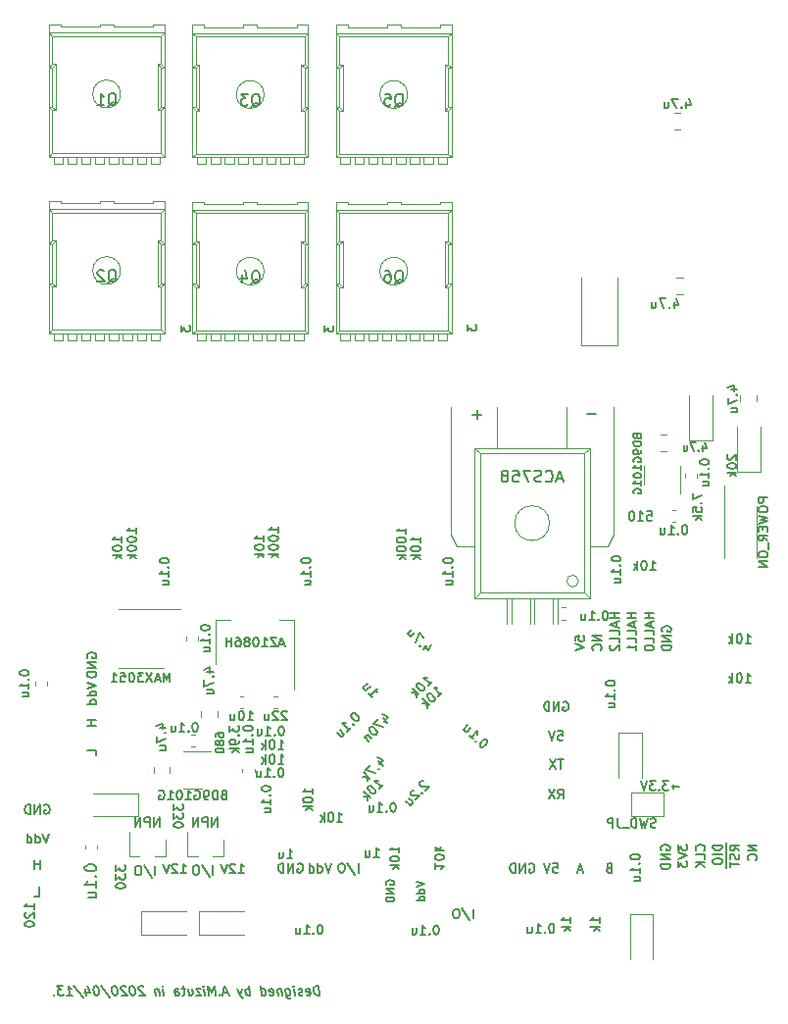
<source format=gbr>
G04 #@! TF.GenerationSoftware,KiCad,Pcbnew,(5.1.6)-1*
G04 #@! TF.CreationDate,2020-11-29T15:09:12+09:00*
G04 #@! TF.ProjectId,CAN_BLDCMD,43414e5f-424c-4444-934d-442e6b696361,rev?*
G04 #@! TF.SameCoordinates,Original*
G04 #@! TF.FileFunction,Legend,Bot*
G04 #@! TF.FilePolarity,Positive*
%FSLAX46Y46*%
G04 Gerber Fmt 4.6, Leading zero omitted, Abs format (unit mm)*
G04 Created by KiCad (PCBNEW (5.1.6)-1) date 2020-11-29 15:09:12*
%MOMM*%
%LPD*%
G01*
G04 APERTURE LIST*
%ADD10C,0.150000*%
%ADD11C,0.200000*%
%ADD12C,0.100000*%
%ADD13C,0.120000*%
G04 APERTURE END LIST*
D10*
X185361904Y-122997619D02*
X185361904Y-122616666D01*
X184561904Y-122616666D01*
X185361904Y-120021428D02*
X184561904Y-120021428D01*
X184942857Y-120021428D02*
X184942857Y-120478571D01*
X185361904Y-120478571D02*
X184561904Y-120478571D01*
X225233333Y-126761904D02*
X225500000Y-126380952D01*
X225690476Y-126761904D02*
X225690476Y-125961904D01*
X225385714Y-125961904D01*
X225309523Y-126000000D01*
X225271428Y-126038095D01*
X225233333Y-126114285D01*
X225233333Y-126228571D01*
X225271428Y-126304761D01*
X225309523Y-126342857D01*
X225385714Y-126380952D01*
X225690476Y-126380952D01*
X224966666Y-125961904D02*
X224433333Y-126761904D01*
X224433333Y-125961904D02*
X224966666Y-126761904D01*
X225709523Y-123411904D02*
X225252380Y-123411904D01*
X225480952Y-124211904D02*
X225480952Y-123411904D01*
X225061904Y-123411904D02*
X224528571Y-124211904D01*
X224528571Y-123411904D02*
X225061904Y-124211904D01*
X225252380Y-120961904D02*
X225633333Y-120961904D01*
X225671428Y-121342857D01*
X225633333Y-121304761D01*
X225557142Y-121266666D01*
X225366666Y-121266666D01*
X225290476Y-121304761D01*
X225252380Y-121342857D01*
X225214285Y-121419047D01*
X225214285Y-121609523D01*
X225252380Y-121685714D01*
X225290476Y-121723809D01*
X225366666Y-121761904D01*
X225557142Y-121761904D01*
X225633333Y-121723809D01*
X225671428Y-121685714D01*
X224985714Y-120961904D02*
X224719047Y-121761904D01*
X224452380Y-120961904D01*
X225709523Y-118450000D02*
X225785714Y-118411904D01*
X225900000Y-118411904D01*
X226014285Y-118450000D01*
X226090476Y-118526190D01*
X226128571Y-118602380D01*
X226166666Y-118754761D01*
X226166666Y-118869047D01*
X226128571Y-119021428D01*
X226090476Y-119097619D01*
X226014285Y-119173809D01*
X225900000Y-119211904D01*
X225823809Y-119211904D01*
X225709523Y-119173809D01*
X225671428Y-119135714D01*
X225671428Y-118869047D01*
X225823809Y-118869047D01*
X225328571Y-119211904D02*
X225328571Y-118411904D01*
X224871428Y-119211904D01*
X224871428Y-118411904D01*
X224490476Y-119211904D02*
X224490476Y-118411904D01*
X224300000Y-118411904D01*
X224185714Y-118450000D01*
X224109523Y-118526190D01*
X224071428Y-118602380D01*
X224033333Y-118754761D01*
X224033333Y-118869047D01*
X224071428Y-119021428D01*
X224109523Y-119097619D01*
X224185714Y-119173809D01*
X224300000Y-119211904D01*
X224490476Y-119211904D01*
X229011904Y-112671428D02*
X228211904Y-112671428D01*
X229011904Y-113128571D01*
X228211904Y-113128571D01*
X228935714Y-113966666D02*
X228973809Y-113928571D01*
X229011904Y-113814285D01*
X229011904Y-113738095D01*
X228973809Y-113623809D01*
X228897619Y-113547619D01*
X228821428Y-113509523D01*
X228669047Y-113471428D01*
X228554761Y-113471428D01*
X228402380Y-113509523D01*
X228326190Y-113547619D01*
X228250000Y-113623809D01*
X228211904Y-113738095D01*
X228211904Y-113814285D01*
X228250000Y-113928571D01*
X228288095Y-113966666D01*
X234250000Y-112340476D02*
X234211904Y-112264285D01*
X234211904Y-112150000D01*
X234250000Y-112035714D01*
X234326190Y-111959523D01*
X234402380Y-111921428D01*
X234554761Y-111883333D01*
X234669047Y-111883333D01*
X234821428Y-111921428D01*
X234897619Y-111959523D01*
X234973809Y-112035714D01*
X235011904Y-112150000D01*
X235011904Y-112226190D01*
X234973809Y-112340476D01*
X234935714Y-112378571D01*
X234669047Y-112378571D01*
X234669047Y-112226190D01*
X235011904Y-112721428D02*
X234211904Y-112721428D01*
X235011904Y-113178571D01*
X234211904Y-113178571D01*
X235011904Y-113559523D02*
X234211904Y-113559523D01*
X234211904Y-113750000D01*
X234250000Y-113864285D01*
X234326190Y-113940476D01*
X234402380Y-113978571D01*
X234554761Y-114016666D01*
X234669047Y-114016666D01*
X234821428Y-113978571D01*
X234897619Y-113940476D01*
X234973809Y-113864285D01*
X235011904Y-113750000D01*
X235011904Y-113559523D01*
X233511904Y-110750000D02*
X232711904Y-110750000D01*
X233092857Y-110750000D02*
X233092857Y-111207142D01*
X233511904Y-111207142D02*
X232711904Y-111207142D01*
X233283333Y-111550000D02*
X233283333Y-111930952D01*
X233511904Y-111473809D02*
X232711904Y-111740476D01*
X233511904Y-112007142D01*
X233511904Y-112654761D02*
X233511904Y-112273809D01*
X232711904Y-112273809D01*
X233511904Y-113302380D02*
X233511904Y-112921428D01*
X232711904Y-112921428D01*
X232711904Y-113721428D02*
X232711904Y-113797619D01*
X232750000Y-113873809D01*
X232788095Y-113911904D01*
X232864285Y-113950000D01*
X233016666Y-113988095D01*
X233207142Y-113988095D01*
X233359523Y-113950000D01*
X233435714Y-113911904D01*
X233473809Y-113873809D01*
X233511904Y-113797619D01*
X233511904Y-113721428D01*
X233473809Y-113645238D01*
X233435714Y-113607142D01*
X233359523Y-113569047D01*
X233207142Y-113530952D01*
X233016666Y-113530952D01*
X232864285Y-113569047D01*
X232788095Y-113607142D01*
X232750000Y-113645238D01*
X232711904Y-113721428D01*
X232011904Y-110750000D02*
X231211904Y-110750000D01*
X231592857Y-110750000D02*
X231592857Y-111207142D01*
X232011904Y-111207142D02*
X231211904Y-111207142D01*
X231783333Y-111550000D02*
X231783333Y-111930952D01*
X232011904Y-111473809D02*
X231211904Y-111740476D01*
X232011904Y-112007142D01*
X232011904Y-112654761D02*
X232011904Y-112273809D01*
X231211904Y-112273809D01*
X232011904Y-113302380D02*
X232011904Y-112921428D01*
X231211904Y-112921428D01*
X232011904Y-113988095D02*
X232011904Y-113530952D01*
X232011904Y-113759523D02*
X231211904Y-113759523D01*
X231326190Y-113683333D01*
X231402380Y-113607142D01*
X231440476Y-113530952D01*
X230511904Y-110750000D02*
X229711904Y-110750000D01*
X230092857Y-110750000D02*
X230092857Y-111207142D01*
X230511904Y-111207142D02*
X229711904Y-111207142D01*
X230283333Y-111550000D02*
X230283333Y-111930952D01*
X230511904Y-111473809D02*
X229711904Y-111740476D01*
X230511904Y-112007142D01*
X230511904Y-112654761D02*
X230511904Y-112273809D01*
X229711904Y-112273809D01*
X230511904Y-113302380D02*
X230511904Y-112921428D01*
X229711904Y-112921428D01*
X229788095Y-113530952D02*
X229750000Y-113569047D01*
X229711904Y-113645238D01*
X229711904Y-113835714D01*
X229750000Y-113911904D01*
X229788095Y-113950000D01*
X229864285Y-113988095D01*
X229940476Y-113988095D01*
X230054761Y-113950000D01*
X230511904Y-113492857D01*
X230511904Y-113988095D01*
X226711904Y-113147619D02*
X226711904Y-112766666D01*
X227092857Y-112728571D01*
X227054761Y-112766666D01*
X227016666Y-112842857D01*
X227016666Y-113033333D01*
X227054761Y-113109523D01*
X227092857Y-113147619D01*
X227169047Y-113185714D01*
X227359523Y-113185714D01*
X227435714Y-113147619D01*
X227473809Y-113109523D01*
X227511904Y-113033333D01*
X227511904Y-112842857D01*
X227473809Y-112766666D01*
X227435714Y-112728571D01*
X226711904Y-113414285D02*
X227511904Y-113680952D01*
X226711904Y-113947619D01*
X228480952Y-93571428D02*
X227719047Y-93571428D01*
X218630952Y-93621428D02*
X217869047Y-93621428D01*
X218250000Y-94002380D02*
X218250000Y-93240476D01*
X229642857Y-132742857D02*
X229528571Y-132780952D01*
X229490476Y-132819047D01*
X229452380Y-132895238D01*
X229452380Y-133009523D01*
X229490476Y-133085714D01*
X229528571Y-133123809D01*
X229604761Y-133161904D01*
X229909523Y-133161904D01*
X229909523Y-132361904D01*
X229642857Y-132361904D01*
X229566666Y-132400000D01*
X229528571Y-132438095D01*
X229490476Y-132514285D01*
X229490476Y-132590476D01*
X229528571Y-132666666D01*
X229566666Y-132704761D01*
X229642857Y-132742857D01*
X229909523Y-132742857D01*
X227340476Y-132933333D02*
X226959523Y-132933333D01*
X227416666Y-133161904D02*
X227150000Y-132361904D01*
X226883333Y-133161904D01*
X224802380Y-132361904D02*
X225183333Y-132361904D01*
X225221428Y-132742857D01*
X225183333Y-132704761D01*
X225107142Y-132666666D01*
X224916666Y-132666666D01*
X224840476Y-132704761D01*
X224802380Y-132742857D01*
X224764285Y-132819047D01*
X224764285Y-133009523D01*
X224802380Y-133085714D01*
X224840476Y-133123809D01*
X224916666Y-133161904D01*
X225107142Y-133161904D01*
X225183333Y-133123809D01*
X225221428Y-133085714D01*
X224535714Y-132361904D02*
X224269047Y-133161904D01*
X224002380Y-132361904D01*
X222759523Y-132400000D02*
X222835714Y-132361904D01*
X222950000Y-132361904D01*
X223064285Y-132400000D01*
X223140476Y-132476190D01*
X223178571Y-132552380D01*
X223216666Y-132704761D01*
X223216666Y-132819047D01*
X223178571Y-132971428D01*
X223140476Y-133047619D01*
X223064285Y-133123809D01*
X222950000Y-133161904D01*
X222873809Y-133161904D01*
X222759523Y-133123809D01*
X222721428Y-133085714D01*
X222721428Y-132819047D01*
X222873809Y-132819047D01*
X222378571Y-133161904D02*
X222378571Y-132361904D01*
X221921428Y-133161904D01*
X221921428Y-132361904D01*
X221540476Y-133161904D02*
X221540476Y-132361904D01*
X221350000Y-132361904D01*
X221235714Y-132400000D01*
X221159523Y-132476190D01*
X221121428Y-132552380D01*
X221083333Y-132704761D01*
X221083333Y-132819047D01*
X221121428Y-132971428D01*
X221159523Y-133047619D01*
X221235714Y-133123809D01*
X221350000Y-133161904D01*
X221540476Y-133161904D01*
X210400000Y-134216666D02*
X210366666Y-134150000D01*
X210366666Y-134050000D01*
X210400000Y-133950000D01*
X210466666Y-133883333D01*
X210533333Y-133850000D01*
X210666666Y-133816666D01*
X210766666Y-133816666D01*
X210900000Y-133850000D01*
X210966666Y-133883333D01*
X211033333Y-133950000D01*
X211066666Y-134050000D01*
X211066666Y-134116666D01*
X211033333Y-134216666D01*
X211000000Y-134250000D01*
X210766666Y-134250000D01*
X210766666Y-134116666D01*
X211066666Y-134550000D02*
X210366666Y-134550000D01*
X211066666Y-134950000D01*
X210366666Y-134950000D01*
X211066666Y-135283333D02*
X210366666Y-135283333D01*
X210366666Y-135450000D01*
X210400000Y-135550000D01*
X210466666Y-135616666D01*
X210533333Y-135650000D01*
X210666666Y-135683333D01*
X210766666Y-135683333D01*
X210900000Y-135650000D01*
X210966666Y-135616666D01*
X211033333Y-135550000D01*
X211066666Y-135450000D01*
X211066666Y-135283333D01*
X213016666Y-133933333D02*
X213716666Y-134166666D01*
X213016666Y-134400000D01*
X213716666Y-134933333D02*
X213016666Y-134933333D01*
X213683333Y-134933333D02*
X213716666Y-134866666D01*
X213716666Y-134733333D01*
X213683333Y-134666666D01*
X213650000Y-134633333D01*
X213583333Y-134600000D01*
X213383333Y-134600000D01*
X213316666Y-134633333D01*
X213283333Y-134666666D01*
X213250000Y-134733333D01*
X213250000Y-134866666D01*
X213283333Y-134933333D01*
X213716666Y-135566666D02*
X213016666Y-135566666D01*
X213683333Y-135566666D02*
X213716666Y-135500000D01*
X213716666Y-135366666D01*
X213683333Y-135300000D01*
X213650000Y-135266666D01*
X213583333Y-135233333D01*
X213383333Y-135233333D01*
X213316666Y-135266666D01*
X213283333Y-135300000D01*
X213250000Y-135366666D01*
X213250000Y-135500000D01*
X213283333Y-135566666D01*
X217888095Y-137111904D02*
X217888095Y-136311904D01*
X216935714Y-136273809D02*
X217621428Y-137302380D01*
X216516666Y-136311904D02*
X216364285Y-136311904D01*
X216288095Y-136350000D01*
X216211904Y-136426190D01*
X216173809Y-136578571D01*
X216173809Y-136845238D01*
X216211904Y-136997619D01*
X216288095Y-137073809D01*
X216364285Y-137111904D01*
X216516666Y-137111904D01*
X216592857Y-137073809D01*
X216669047Y-136997619D01*
X216707142Y-136845238D01*
X216707142Y-136578571D01*
X216669047Y-136426190D01*
X216592857Y-136350000D01*
X216516666Y-136311904D01*
X202759523Y-132400000D02*
X202835714Y-132361904D01*
X202950000Y-132361904D01*
X203064285Y-132400000D01*
X203140476Y-132476190D01*
X203178571Y-132552380D01*
X203216666Y-132704761D01*
X203216666Y-132819047D01*
X203178571Y-132971428D01*
X203140476Y-133047619D01*
X203064285Y-133123809D01*
X202950000Y-133161904D01*
X202873809Y-133161904D01*
X202759523Y-133123809D01*
X202721428Y-133085714D01*
X202721428Y-132819047D01*
X202873809Y-132819047D01*
X202378571Y-133161904D02*
X202378571Y-132361904D01*
X201921428Y-133161904D01*
X201921428Y-132361904D01*
X201540476Y-133161904D02*
X201540476Y-132361904D01*
X201350000Y-132361904D01*
X201235714Y-132400000D01*
X201159523Y-132476190D01*
X201121428Y-132552380D01*
X201083333Y-132704761D01*
X201083333Y-132819047D01*
X201121428Y-132971428D01*
X201159523Y-133047619D01*
X201235714Y-133123809D01*
X201350000Y-133161904D01*
X201540476Y-133161904D01*
X205640476Y-132361904D02*
X205373809Y-133161904D01*
X205107142Y-132361904D01*
X204497619Y-133161904D02*
X204497619Y-132361904D01*
X204497619Y-133123809D02*
X204573809Y-133161904D01*
X204726190Y-133161904D01*
X204802380Y-133123809D01*
X204840476Y-133085714D01*
X204878571Y-133009523D01*
X204878571Y-132780952D01*
X204840476Y-132704761D01*
X204802380Y-132666666D01*
X204726190Y-132628571D01*
X204573809Y-132628571D01*
X204497619Y-132666666D01*
X203773809Y-133161904D02*
X203773809Y-132361904D01*
X203773809Y-133123809D02*
X203850000Y-133161904D01*
X204002380Y-133161904D01*
X204078571Y-133123809D01*
X204116666Y-133085714D01*
X204154761Y-133009523D01*
X204154761Y-132780952D01*
X204116666Y-132704761D01*
X204078571Y-132666666D01*
X204002380Y-132628571D01*
X203850000Y-132628571D01*
X203773809Y-132666666D01*
X207988095Y-133161904D02*
X207988095Y-132361904D01*
X207035714Y-132323809D02*
X207721428Y-133352380D01*
X206616666Y-132361904D02*
X206464285Y-132361904D01*
X206388095Y-132400000D01*
X206311904Y-132476190D01*
X206273809Y-132628571D01*
X206273809Y-132895238D01*
X206311904Y-133047619D01*
X206388095Y-133123809D01*
X206464285Y-133161904D01*
X206616666Y-133161904D01*
X206692857Y-133123809D01*
X206769047Y-133047619D01*
X206807142Y-132895238D01*
X206807142Y-132628571D01*
X206769047Y-132476190D01*
X206692857Y-132400000D01*
X206616666Y-132361904D01*
X184561904Y-116759523D02*
X185361904Y-117026190D01*
X184561904Y-117292857D01*
X185361904Y-117902380D02*
X184561904Y-117902380D01*
X185323809Y-117902380D02*
X185361904Y-117826190D01*
X185361904Y-117673809D01*
X185323809Y-117597619D01*
X185285714Y-117559523D01*
X185209523Y-117521428D01*
X184980952Y-117521428D01*
X184904761Y-117559523D01*
X184866666Y-117597619D01*
X184828571Y-117673809D01*
X184828571Y-117826190D01*
X184866666Y-117902380D01*
X185361904Y-118626190D02*
X184561904Y-118626190D01*
X185323809Y-118626190D02*
X185361904Y-118550000D01*
X185361904Y-118397619D01*
X185323809Y-118321428D01*
X185285714Y-118283333D01*
X185209523Y-118245238D01*
X184980952Y-118245238D01*
X184904761Y-118283333D01*
X184866666Y-118321428D01*
X184828571Y-118397619D01*
X184828571Y-118550000D01*
X184866666Y-118626190D01*
X184600000Y-114640476D02*
X184561904Y-114564285D01*
X184561904Y-114450000D01*
X184600000Y-114335714D01*
X184676190Y-114259523D01*
X184752380Y-114221428D01*
X184904761Y-114183333D01*
X185019047Y-114183333D01*
X185171428Y-114221428D01*
X185247619Y-114259523D01*
X185323809Y-114335714D01*
X185361904Y-114450000D01*
X185361904Y-114526190D01*
X185323809Y-114640476D01*
X185285714Y-114678571D01*
X185019047Y-114678571D01*
X185019047Y-114526190D01*
X185361904Y-115021428D02*
X184561904Y-115021428D01*
X185361904Y-115478571D01*
X184561904Y-115478571D01*
X185361904Y-115859523D02*
X184561904Y-115859523D01*
X184561904Y-116050000D01*
X184600000Y-116164285D01*
X184676190Y-116240476D01*
X184752380Y-116278571D01*
X184904761Y-116316666D01*
X185019047Y-116316666D01*
X185171428Y-116278571D01*
X185247619Y-116240476D01*
X185323809Y-116164285D01*
X185361904Y-116050000D01*
X185361904Y-115859523D01*
X180859523Y-127350000D02*
X180935714Y-127311904D01*
X181050000Y-127311904D01*
X181164285Y-127350000D01*
X181240476Y-127426190D01*
X181278571Y-127502380D01*
X181316666Y-127654761D01*
X181316666Y-127769047D01*
X181278571Y-127921428D01*
X181240476Y-127997619D01*
X181164285Y-128073809D01*
X181050000Y-128111904D01*
X180973809Y-128111904D01*
X180859523Y-128073809D01*
X180821428Y-128035714D01*
X180821428Y-127769047D01*
X180973809Y-127769047D01*
X180478571Y-128111904D02*
X180478571Y-127311904D01*
X180021428Y-128111904D01*
X180021428Y-127311904D01*
X179640476Y-128111904D02*
X179640476Y-127311904D01*
X179450000Y-127311904D01*
X179335714Y-127350000D01*
X179259523Y-127426190D01*
X179221428Y-127502380D01*
X179183333Y-127654761D01*
X179183333Y-127769047D01*
X179221428Y-127921428D01*
X179259523Y-127997619D01*
X179335714Y-128073809D01*
X179450000Y-128111904D01*
X179640476Y-128111904D01*
X181240476Y-129811904D02*
X180973809Y-130611904D01*
X180707142Y-129811904D01*
X180097619Y-130611904D02*
X180097619Y-129811904D01*
X180097619Y-130573809D02*
X180173809Y-130611904D01*
X180326190Y-130611904D01*
X180402380Y-130573809D01*
X180440476Y-130535714D01*
X180478571Y-130459523D01*
X180478571Y-130230952D01*
X180440476Y-130154761D01*
X180402380Y-130116666D01*
X180326190Y-130078571D01*
X180173809Y-130078571D01*
X180097619Y-130116666D01*
X179373809Y-130611904D02*
X179373809Y-129811904D01*
X179373809Y-130573809D02*
X179450000Y-130611904D01*
X179602380Y-130611904D01*
X179678571Y-130573809D01*
X179716666Y-130535714D01*
X179754761Y-130459523D01*
X179754761Y-130230952D01*
X179716666Y-130154761D01*
X179678571Y-130116666D01*
X179602380Y-130078571D01*
X179450000Y-130078571D01*
X179373809Y-130116666D01*
X180478571Y-132861904D02*
X180478571Y-132061904D01*
X180478571Y-132442857D02*
X180021428Y-132442857D01*
X180021428Y-132861904D02*
X180021428Y-132061904D01*
X180002380Y-135211904D02*
X180383333Y-135211904D01*
X180383333Y-134411904D01*
X190413095Y-133386904D02*
X190413095Y-132586904D01*
X189460714Y-132548809D02*
X190146428Y-133577380D01*
X189041666Y-132586904D02*
X188889285Y-132586904D01*
X188813095Y-132625000D01*
X188736904Y-132701190D01*
X188698809Y-132853571D01*
X188698809Y-133120238D01*
X188736904Y-133272619D01*
X188813095Y-133348809D01*
X188889285Y-133386904D01*
X189041666Y-133386904D01*
X189117857Y-133348809D01*
X189194047Y-133272619D01*
X189232142Y-133120238D01*
X189232142Y-132853571D01*
X189194047Y-132701190D01*
X189117857Y-132625000D01*
X189041666Y-132586904D01*
X195413095Y-133336904D02*
X195413095Y-132536904D01*
X194460714Y-132498809D02*
X195146428Y-133527380D01*
X194041666Y-132536904D02*
X193889285Y-132536904D01*
X193813095Y-132575000D01*
X193736904Y-132651190D01*
X193698809Y-132803571D01*
X193698809Y-133070238D01*
X193736904Y-133222619D01*
X193813095Y-133298809D01*
X193889285Y-133336904D01*
X194041666Y-133336904D01*
X194117857Y-133298809D01*
X194194047Y-133222619D01*
X194232142Y-133070238D01*
X194232142Y-132803571D01*
X194194047Y-132651190D01*
X194117857Y-132575000D01*
X194041666Y-132536904D01*
X192645238Y-133211904D02*
X193102380Y-133211904D01*
X192873809Y-133211904D02*
X192873809Y-132411904D01*
X192950000Y-132526190D01*
X193026190Y-132602380D01*
X193102380Y-132640476D01*
X192340476Y-132488095D02*
X192302380Y-132450000D01*
X192226190Y-132411904D01*
X192035714Y-132411904D01*
X191959523Y-132450000D01*
X191921428Y-132488095D01*
X191883333Y-132564285D01*
X191883333Y-132640476D01*
X191921428Y-132754761D01*
X192378571Y-133211904D01*
X191883333Y-133211904D01*
X191654761Y-132411904D02*
X191388095Y-133211904D01*
X191121428Y-132411904D01*
X197645238Y-133211904D02*
X198102380Y-133211904D01*
X197873809Y-133211904D02*
X197873809Y-132411904D01*
X197950000Y-132526190D01*
X198026190Y-132602380D01*
X198102380Y-132640476D01*
X197340476Y-132488095D02*
X197302380Y-132450000D01*
X197226190Y-132411904D01*
X197035714Y-132411904D01*
X196959523Y-132450000D01*
X196921428Y-132488095D01*
X196883333Y-132564285D01*
X196883333Y-132640476D01*
X196921428Y-132754761D01*
X197378571Y-133211904D01*
X196883333Y-133211904D01*
X196654761Y-132411904D02*
X196388095Y-133211904D01*
X196121428Y-132411904D01*
D11*
X204631547Y-143761904D02*
X204531547Y-142961904D01*
X204341071Y-142961904D01*
X204231547Y-143000000D01*
X204164880Y-143076190D01*
X204136309Y-143152380D01*
X204117261Y-143304761D01*
X204131547Y-143419047D01*
X204188690Y-143571428D01*
X204236309Y-143647619D01*
X204322023Y-143723809D01*
X204441071Y-143761904D01*
X204631547Y-143761904D01*
X203522023Y-143723809D02*
X203602976Y-143761904D01*
X203755357Y-143761904D01*
X203826785Y-143723809D01*
X203855357Y-143647619D01*
X203817261Y-143342857D01*
X203769642Y-143266666D01*
X203688690Y-143228571D01*
X203536309Y-143228571D01*
X203464880Y-143266666D01*
X203436309Y-143342857D01*
X203445833Y-143419047D01*
X203836309Y-143495238D01*
X203179166Y-143723809D02*
X203107738Y-143761904D01*
X202955357Y-143761904D01*
X202874404Y-143723809D01*
X202826785Y-143647619D01*
X202822023Y-143609523D01*
X202850595Y-143533333D01*
X202922023Y-143495238D01*
X203036309Y-143495238D01*
X203107738Y-143457142D01*
X203136309Y-143380952D01*
X203131547Y-143342857D01*
X203083928Y-143266666D01*
X203002976Y-143228571D01*
X202888690Y-143228571D01*
X202817261Y-143266666D01*
X202498214Y-143761904D02*
X202431547Y-143228571D01*
X202398214Y-142961904D02*
X202441071Y-143000000D01*
X202407738Y-143038095D01*
X202364880Y-143000000D01*
X202398214Y-142961904D01*
X202407738Y-143038095D01*
X201707738Y-143228571D02*
X201788690Y-143876190D01*
X201836309Y-143952380D01*
X201879166Y-143990476D01*
X201960119Y-144028571D01*
X202074404Y-144028571D01*
X202145833Y-143990476D01*
X201769642Y-143723809D02*
X201850595Y-143761904D01*
X202002976Y-143761904D01*
X202074404Y-143723809D01*
X202107738Y-143685714D01*
X202136309Y-143609523D01*
X202107738Y-143380952D01*
X202060119Y-143304761D01*
X202017261Y-143266666D01*
X201936309Y-143228571D01*
X201783928Y-143228571D01*
X201712500Y-143266666D01*
X201326785Y-143228571D02*
X201393452Y-143761904D01*
X201336309Y-143304761D02*
X201293452Y-143266666D01*
X201212500Y-143228571D01*
X201098214Y-143228571D01*
X201026785Y-143266666D01*
X200998214Y-143342857D01*
X201050595Y-143761904D01*
X200360119Y-143723809D02*
X200441071Y-143761904D01*
X200593452Y-143761904D01*
X200664880Y-143723809D01*
X200693452Y-143647619D01*
X200655357Y-143342857D01*
X200607738Y-143266666D01*
X200526785Y-143228571D01*
X200374404Y-143228571D01*
X200302976Y-143266666D01*
X200274404Y-143342857D01*
X200283928Y-143419047D01*
X200674404Y-143495238D01*
X199641071Y-143761904D02*
X199541071Y-142961904D01*
X199636309Y-143723809D02*
X199717261Y-143761904D01*
X199869642Y-143761904D01*
X199941071Y-143723809D01*
X199974404Y-143685714D01*
X200002976Y-143609523D01*
X199974404Y-143380952D01*
X199926785Y-143304761D01*
X199883928Y-143266666D01*
X199802976Y-143228571D01*
X199650595Y-143228571D01*
X199579166Y-143266666D01*
X198650595Y-143761904D02*
X198550595Y-142961904D01*
X198588690Y-143266666D02*
X198507738Y-143228571D01*
X198355357Y-143228571D01*
X198283928Y-143266666D01*
X198250595Y-143304761D01*
X198222023Y-143380952D01*
X198250595Y-143609523D01*
X198298214Y-143685714D01*
X198341071Y-143723809D01*
X198422023Y-143761904D01*
X198574404Y-143761904D01*
X198645833Y-143723809D01*
X197936309Y-143228571D02*
X197812500Y-143761904D01*
X197555357Y-143228571D02*
X197812500Y-143761904D01*
X197912500Y-143952380D01*
X197955357Y-143990476D01*
X198036309Y-144028571D01*
X196717261Y-143533333D02*
X196336309Y-143533333D01*
X196822023Y-143761904D02*
X196455357Y-142961904D01*
X196288690Y-143761904D01*
X196012500Y-143685714D02*
X195979166Y-143723809D01*
X196022023Y-143761904D01*
X196055357Y-143723809D01*
X196012500Y-143685714D01*
X196022023Y-143761904D01*
X195641071Y-143761904D02*
X195541071Y-142961904D01*
X195345833Y-143533333D01*
X195007738Y-142961904D01*
X195107738Y-143761904D01*
X194726785Y-143761904D02*
X194660119Y-143228571D01*
X194626785Y-142961904D02*
X194669642Y-143000000D01*
X194636309Y-143038095D01*
X194593452Y-143000000D01*
X194626785Y-142961904D01*
X194636309Y-143038095D01*
X194355357Y-143228571D02*
X193936309Y-143228571D01*
X194422023Y-143761904D01*
X194002976Y-143761904D01*
X193288690Y-143228571D02*
X193355357Y-143761904D01*
X193631547Y-143228571D02*
X193683928Y-143647619D01*
X193655357Y-143723809D01*
X193583928Y-143761904D01*
X193469642Y-143761904D01*
X193388690Y-143723809D01*
X193345833Y-143685714D01*
X193022023Y-143228571D02*
X192717261Y-143228571D01*
X192874404Y-142961904D02*
X192960119Y-143647619D01*
X192931547Y-143723809D01*
X192860119Y-143761904D01*
X192783928Y-143761904D01*
X192174404Y-143761904D02*
X192122023Y-143342857D01*
X192150595Y-143266666D01*
X192222023Y-143228571D01*
X192374404Y-143228571D01*
X192455357Y-143266666D01*
X192169642Y-143723809D02*
X192250595Y-143761904D01*
X192441071Y-143761904D01*
X192512500Y-143723809D01*
X192541071Y-143647619D01*
X192531547Y-143571428D01*
X192483928Y-143495238D01*
X192402976Y-143457142D01*
X192212500Y-143457142D01*
X192131547Y-143419047D01*
X191183928Y-143761904D02*
X191117261Y-143228571D01*
X191083928Y-142961904D02*
X191126785Y-143000000D01*
X191093452Y-143038095D01*
X191050595Y-143000000D01*
X191083928Y-142961904D01*
X191093452Y-143038095D01*
X190736309Y-143228571D02*
X190802976Y-143761904D01*
X190745833Y-143304761D02*
X190702976Y-143266666D01*
X190622023Y-143228571D01*
X190507738Y-143228571D01*
X190436309Y-143266666D01*
X190407738Y-143342857D01*
X190460119Y-143761904D01*
X189417261Y-143038095D02*
X189374404Y-143000000D01*
X189293452Y-142961904D01*
X189102976Y-142961904D01*
X189031547Y-143000000D01*
X188998214Y-143038095D01*
X188969642Y-143114285D01*
X188979166Y-143190476D01*
X189031547Y-143304761D01*
X189545833Y-143761904D01*
X189050595Y-143761904D01*
X188455357Y-142961904D02*
X188379166Y-142961904D01*
X188307738Y-143000000D01*
X188274404Y-143038095D01*
X188245833Y-143114285D01*
X188226785Y-143266666D01*
X188250595Y-143457142D01*
X188307738Y-143609523D01*
X188355357Y-143685714D01*
X188398214Y-143723809D01*
X188479166Y-143761904D01*
X188555357Y-143761904D01*
X188626785Y-143723809D01*
X188660119Y-143685714D01*
X188688690Y-143609523D01*
X188707738Y-143457142D01*
X188683928Y-143266666D01*
X188626785Y-143114285D01*
X188579166Y-143038095D01*
X188536309Y-143000000D01*
X188455357Y-142961904D01*
X187893452Y-143038095D02*
X187850595Y-143000000D01*
X187769642Y-142961904D01*
X187579166Y-142961904D01*
X187507738Y-143000000D01*
X187474404Y-143038095D01*
X187445833Y-143114285D01*
X187455357Y-143190476D01*
X187507738Y-143304761D01*
X188022023Y-143761904D01*
X187526785Y-143761904D01*
X186931547Y-142961904D02*
X186855357Y-142961904D01*
X186783928Y-143000000D01*
X186750595Y-143038095D01*
X186722023Y-143114285D01*
X186702976Y-143266666D01*
X186726785Y-143457142D01*
X186783928Y-143609523D01*
X186831547Y-143685714D01*
X186874404Y-143723809D01*
X186955357Y-143761904D01*
X187031547Y-143761904D01*
X187102976Y-143723809D01*
X187136309Y-143685714D01*
X187164880Y-143609523D01*
X187183928Y-143457142D01*
X187160119Y-143266666D01*
X187102976Y-143114285D01*
X187055357Y-143038095D01*
X187012500Y-143000000D01*
X186931547Y-142961904D01*
X185745833Y-142923809D02*
X186560119Y-143952380D01*
X185331547Y-142961904D02*
X185255357Y-142961904D01*
X185183928Y-143000000D01*
X185150595Y-143038095D01*
X185122023Y-143114285D01*
X185102976Y-143266666D01*
X185126785Y-143457142D01*
X185183928Y-143609523D01*
X185231547Y-143685714D01*
X185274404Y-143723809D01*
X185355357Y-143761904D01*
X185431547Y-143761904D01*
X185502976Y-143723809D01*
X185536309Y-143685714D01*
X185564880Y-143609523D01*
X185583928Y-143457142D01*
X185560119Y-143266666D01*
X185502976Y-143114285D01*
X185455357Y-143038095D01*
X185412500Y-143000000D01*
X185331547Y-142961904D01*
X184412500Y-143228571D02*
X184479166Y-143761904D01*
X184564880Y-142923809D02*
X184826785Y-143495238D01*
X184331547Y-143495238D01*
X183383928Y-142923809D02*
X184198214Y-143952380D01*
X182802976Y-143761904D02*
X183260119Y-143761904D01*
X183031547Y-143761904D02*
X182931547Y-142961904D01*
X183022023Y-143076190D01*
X183107738Y-143152380D01*
X183188690Y-143190476D01*
X182436309Y-142961904D02*
X181941071Y-142961904D01*
X182245833Y-143266666D01*
X182131547Y-143266666D01*
X182060119Y-143304761D01*
X182026785Y-143342857D01*
X181998214Y-143419047D01*
X182022023Y-143609523D01*
X182069642Y-143685714D01*
X182112500Y-143723809D01*
X182193452Y-143761904D01*
X182422023Y-143761904D01*
X182493452Y-143723809D01*
X182526785Y-143685714D01*
X181688690Y-143685714D02*
X181655357Y-143723809D01*
X181698214Y-143761904D01*
X181731547Y-143723809D01*
X181688690Y-143685714D01*
X181698214Y-143761904D01*
D10*
X242411904Y-130787976D02*
X241611904Y-130787976D01*
X242411904Y-131245119D01*
X241611904Y-131245119D01*
X242335714Y-132083214D02*
X242373809Y-132045119D01*
X242411904Y-131930833D01*
X242411904Y-131854642D01*
X242373809Y-131740357D01*
X242297619Y-131664166D01*
X242221428Y-131626071D01*
X242069047Y-131587976D01*
X241954761Y-131587976D01*
X241802380Y-131626071D01*
X241726190Y-131664166D01*
X241650000Y-131740357D01*
X241611904Y-131854642D01*
X241611904Y-131930833D01*
X241650000Y-132045119D01*
X241688095Y-132083214D01*
X239779000Y-130597500D02*
X239779000Y-131397500D01*
X240911904Y-131245119D02*
X240530952Y-130978452D01*
X240911904Y-130787976D02*
X240111904Y-130787976D01*
X240111904Y-131092738D01*
X240150000Y-131168928D01*
X240188095Y-131207023D01*
X240264285Y-131245119D01*
X240378571Y-131245119D01*
X240454761Y-131207023D01*
X240492857Y-131168928D01*
X240530952Y-131092738D01*
X240530952Y-130787976D01*
X239779000Y-131397500D02*
X239779000Y-132159404D01*
X240873809Y-131549880D02*
X240911904Y-131664166D01*
X240911904Y-131854642D01*
X240873809Y-131930833D01*
X240835714Y-131968928D01*
X240759523Y-132007023D01*
X240683333Y-132007023D01*
X240607142Y-131968928D01*
X240569047Y-131930833D01*
X240530952Y-131854642D01*
X240492857Y-131702261D01*
X240454761Y-131626071D01*
X240416666Y-131587976D01*
X240340476Y-131549880D01*
X240264285Y-131549880D01*
X240188095Y-131587976D01*
X240150000Y-131626071D01*
X240111904Y-131702261D01*
X240111904Y-131892738D01*
X240150000Y-132007023D01*
X239779000Y-132159404D02*
X239779000Y-132768928D01*
X240111904Y-132235595D02*
X240111904Y-132692738D01*
X240911904Y-132464166D02*
X240111904Y-132464166D01*
X239411904Y-130787976D02*
X238611904Y-130787976D01*
X238611904Y-130978452D01*
X238650000Y-131092738D01*
X238726190Y-131168928D01*
X238802380Y-131207023D01*
X238954761Y-131245119D01*
X239069047Y-131245119D01*
X239221428Y-131207023D01*
X239297619Y-131168928D01*
X239373809Y-131092738D01*
X239411904Y-130978452D01*
X239411904Y-130787976D01*
X239411904Y-131587976D02*
X238611904Y-131587976D01*
X238611904Y-132121309D02*
X238611904Y-132273690D01*
X238650000Y-132349880D01*
X238726190Y-132426071D01*
X238878571Y-132464166D01*
X239145238Y-132464166D01*
X239297619Y-132426071D01*
X239373809Y-132349880D01*
X239411904Y-132273690D01*
X239411904Y-132121309D01*
X239373809Y-132045119D01*
X239297619Y-131968928D01*
X239145238Y-131930833D01*
X238878571Y-131930833D01*
X238726190Y-131968928D01*
X238650000Y-132045119D01*
X238611904Y-132121309D01*
X237835714Y-131245119D02*
X237873809Y-131207023D01*
X237911904Y-131092738D01*
X237911904Y-131016547D01*
X237873809Y-130902261D01*
X237797619Y-130826071D01*
X237721428Y-130787976D01*
X237569047Y-130749880D01*
X237454761Y-130749880D01*
X237302380Y-130787976D01*
X237226190Y-130826071D01*
X237150000Y-130902261D01*
X237111904Y-131016547D01*
X237111904Y-131092738D01*
X237150000Y-131207023D01*
X237188095Y-131245119D01*
X237911904Y-131968928D02*
X237911904Y-131587976D01*
X237111904Y-131587976D01*
X237911904Y-132235595D02*
X237111904Y-132235595D01*
X237911904Y-132692738D02*
X237454761Y-132349880D01*
X237111904Y-132692738D02*
X237569047Y-132235595D01*
X235611904Y-130711785D02*
X235611904Y-131207023D01*
X235916666Y-130940357D01*
X235916666Y-131054642D01*
X235954761Y-131130833D01*
X235992857Y-131168928D01*
X236069047Y-131207023D01*
X236259523Y-131207023D01*
X236335714Y-131168928D01*
X236373809Y-131130833D01*
X236411904Y-131054642D01*
X236411904Y-130826071D01*
X236373809Y-130749880D01*
X236335714Y-130711785D01*
X235611904Y-131435595D02*
X236411904Y-131702261D01*
X235611904Y-131968928D01*
X235611904Y-132159404D02*
X235611904Y-132654642D01*
X235916666Y-132387976D01*
X235916666Y-132502261D01*
X235954761Y-132578452D01*
X235992857Y-132616547D01*
X236069047Y-132654642D01*
X236259523Y-132654642D01*
X236335714Y-132616547D01*
X236373809Y-132578452D01*
X236411904Y-132502261D01*
X236411904Y-132273690D01*
X236373809Y-132197500D01*
X236335714Y-132159404D01*
X234150000Y-131207023D02*
X234111904Y-131130833D01*
X234111904Y-131016547D01*
X234150000Y-130902261D01*
X234226190Y-130826071D01*
X234302380Y-130787976D01*
X234454761Y-130749880D01*
X234569047Y-130749880D01*
X234721428Y-130787976D01*
X234797619Y-130826071D01*
X234873809Y-130902261D01*
X234911904Y-131016547D01*
X234911904Y-131092738D01*
X234873809Y-131207023D01*
X234835714Y-131245119D01*
X234569047Y-131245119D01*
X234569047Y-131092738D01*
X234911904Y-131587976D02*
X234111904Y-131587976D01*
X234911904Y-132045119D01*
X234111904Y-132045119D01*
X234911904Y-132426071D02*
X234111904Y-132426071D01*
X234111904Y-132616547D01*
X234150000Y-132730833D01*
X234226190Y-132807023D01*
X234302380Y-132845119D01*
X234454761Y-132883214D01*
X234569047Y-132883214D01*
X234721428Y-132845119D01*
X234797619Y-132807023D01*
X234873809Y-132730833D01*
X234911904Y-132616547D01*
X234911904Y-132426071D01*
X235700000Y-125757142D02*
X235090476Y-125757142D01*
X235242857Y-125909523D02*
X235090476Y-125757142D01*
X235242857Y-125604761D01*
X234785714Y-125261904D02*
X234290476Y-125261904D01*
X234557142Y-125566666D01*
X234442857Y-125566666D01*
X234366666Y-125604761D01*
X234328571Y-125642857D01*
X234290476Y-125719047D01*
X234290476Y-125909523D01*
X234328571Y-125985714D01*
X234366666Y-126023809D01*
X234442857Y-126061904D01*
X234671428Y-126061904D01*
X234747619Y-126023809D01*
X234785714Y-125985714D01*
X233947619Y-125985714D02*
X233909523Y-126023809D01*
X233947619Y-126061904D01*
X233985714Y-126023809D01*
X233947619Y-125985714D01*
X233947619Y-126061904D01*
X233642857Y-125261904D02*
X233147619Y-125261904D01*
X233414285Y-125566666D01*
X233300000Y-125566666D01*
X233223809Y-125604761D01*
X233185714Y-125642857D01*
X233147619Y-125719047D01*
X233147619Y-125909523D01*
X233185714Y-125985714D01*
X233223809Y-126023809D01*
X233300000Y-126061904D01*
X233528571Y-126061904D01*
X233604761Y-126023809D01*
X233642857Y-125985714D01*
X232919047Y-125261904D02*
X232652380Y-126061904D01*
X232385714Y-125261904D01*
D12*
X187450000Y-81200000D02*
G75*
G03*
X187450000Y-81200000I-1200000J0D01*
G01*
X191250000Y-75900000D02*
X181250000Y-75900000D01*
X181550000Y-76200000D02*
X181250000Y-75900000D01*
X190950000Y-76200000D02*
X181550000Y-76200000D01*
X191250000Y-75900000D02*
X190950000Y-76200000D01*
X191250000Y-86600000D02*
X181250000Y-86600000D01*
X181250000Y-86600000D02*
X181550000Y-86300000D01*
X190950000Y-86300000D02*
X191250000Y-86600000D01*
X190950000Y-86300000D02*
X181550000Y-86300000D01*
X181250000Y-86600000D02*
X181250000Y-75900000D01*
X191250000Y-75900000D02*
X191250000Y-86600000D01*
X190950000Y-82600000D02*
X191250000Y-82300000D01*
X190950000Y-82600000D02*
X190950000Y-86300000D01*
X190950000Y-78600000D02*
X191250000Y-78900000D01*
X190950000Y-78600000D02*
X190950000Y-76200000D01*
X190650000Y-78600000D02*
X190950000Y-78600000D01*
X190650000Y-82600000D02*
X190650000Y-78600000D01*
X190950000Y-82600000D02*
X190650000Y-82600000D01*
X190950000Y-78900000D02*
X191250000Y-78900000D01*
X190650000Y-78600000D02*
X190950000Y-78900000D01*
X190950000Y-82300000D02*
X190650000Y-82600000D01*
X190950000Y-78900000D02*
X190950000Y-82300000D01*
X190950000Y-82300000D02*
X191250000Y-82300000D01*
X181550000Y-78600000D02*
X181250000Y-78900000D01*
X181550000Y-78600000D02*
X181550000Y-76200000D01*
X181550000Y-82600000D02*
X181250000Y-82300000D01*
X181550000Y-86300000D02*
X181550000Y-82600000D01*
X181850000Y-78600000D02*
X181550000Y-78600000D01*
X181850000Y-82600000D02*
X181850000Y-78600000D01*
X181550000Y-82600000D02*
X181850000Y-82600000D01*
X181550000Y-78900000D02*
X181250000Y-78900000D01*
X181850000Y-78600000D02*
X181550000Y-78900000D01*
X181550000Y-82300000D02*
X181850000Y-82600000D01*
X181550000Y-78900000D02*
X181550000Y-82300000D01*
X181550000Y-82300000D02*
X181250000Y-82300000D01*
X190850000Y-86600000D02*
X190850000Y-87200000D01*
X190050000Y-87200000D02*
X190850000Y-87200000D01*
X190050000Y-86600000D02*
X190050000Y-87200000D01*
X185250000Y-87200000D02*
X185250000Y-86600000D01*
X186050000Y-87200000D02*
X185250000Y-87200000D01*
X186050000Y-86600000D02*
X186050000Y-87200000D01*
X187250000Y-87200000D02*
X187250000Y-86600000D01*
X186450000Y-87200000D02*
X187250000Y-87200000D01*
X186450000Y-86600000D02*
X186450000Y-87200000D01*
X184050000Y-87200000D02*
X184050000Y-86600000D01*
X184850000Y-87200000D02*
X184050000Y-87200000D01*
X184850000Y-86600000D02*
X184850000Y-87200000D01*
X182850000Y-87200000D02*
X182850000Y-86600000D01*
X183650000Y-87200000D02*
X182850000Y-87200000D01*
X183650000Y-86600000D02*
X183650000Y-87200000D01*
X181650000Y-87200000D02*
X181650000Y-86600000D01*
X182450000Y-87200000D02*
X181650000Y-87200000D01*
X182450000Y-86600000D02*
X182450000Y-87200000D01*
X188450000Y-87200000D02*
X188450000Y-86600000D01*
X187650000Y-87200000D02*
X188450000Y-87200000D01*
X187650000Y-86600000D02*
X187650000Y-87200000D01*
X189650000Y-87200000D02*
X189650000Y-86600000D01*
X188850000Y-87200000D02*
X189650000Y-87200000D01*
X188850000Y-86600000D02*
X188850000Y-87200000D01*
X191250000Y-75200000D02*
X191250000Y-75900000D01*
X181250000Y-75200000D02*
X181250000Y-75900000D01*
X185650000Y-75200000D02*
X185650000Y-75400000D01*
X182250000Y-75200000D02*
X182250000Y-75400000D01*
X182250000Y-75400000D02*
X185650000Y-75400000D01*
X190250000Y-75400000D02*
X190250000Y-75200000D01*
X186850000Y-75400000D02*
X190250000Y-75400000D01*
X186850000Y-75200000D02*
X186850000Y-75400000D01*
X190250000Y-75200000D02*
X191250000Y-75200000D01*
X186850000Y-75200000D02*
X185650000Y-75200000D01*
X182250000Y-75200000D02*
X181250000Y-75200000D01*
D13*
X194110000Y-113112779D02*
X194110000Y-112787221D01*
X193090000Y-113112779D02*
X193090000Y-112787221D01*
X199010000Y-124187221D02*
X199010000Y-124512779D01*
X197990000Y-124187221D02*
X197990000Y-124512779D01*
X193587221Y-122310000D02*
X193912779Y-122310000D01*
X193587221Y-121290000D02*
X193912779Y-121290000D01*
X180090000Y-117012779D02*
X180090000Y-116687221D01*
X181110000Y-117012779D02*
X181110000Y-116687221D01*
X184390000Y-130787221D02*
X184390000Y-131112779D01*
X185410000Y-130787221D02*
X185410000Y-131112779D01*
X190290000Y-124558578D02*
X190290000Y-124041422D01*
X191710000Y-124558578D02*
X191710000Y-124041422D01*
X195810000Y-119241422D02*
X195810000Y-119758578D01*
X194390000Y-119241422D02*
X194390000Y-119758578D01*
X197737221Y-118960000D02*
X198062779Y-118960000D01*
X197737221Y-117940000D02*
X198062779Y-117940000D01*
X200687221Y-117940000D02*
X201012779Y-117940000D01*
X200687221Y-118960000D02*
X201012779Y-118960000D01*
X225537221Y-111310000D02*
X225862779Y-111310000D01*
X225537221Y-110290000D02*
X225862779Y-110290000D01*
X235087221Y-102910000D02*
X235412779Y-102910000D01*
X235087221Y-101890000D02*
X235412779Y-101890000D01*
X237235000Y-98737221D02*
X237235000Y-99062779D01*
X236215000Y-98737221D02*
X236215000Y-99062779D01*
X234583578Y-96810000D02*
X234066422Y-96810000D01*
X234583578Y-95390000D02*
X234066422Y-95390000D01*
X235491422Y-83260000D02*
X236008578Y-83260000D01*
X235491422Y-81840000D02*
X236008578Y-81840000D01*
X242410000Y-92508578D02*
X242410000Y-91991422D01*
X240990000Y-92508578D02*
X240990000Y-91991422D01*
X235291422Y-69010000D02*
X235808578Y-69010000D01*
X235291422Y-67590000D02*
X235808578Y-67590000D01*
X230475000Y-121050000D02*
X232475000Y-121050000D01*
X232475000Y-121050000D02*
X232475000Y-124950000D01*
X230475000Y-121050000D02*
X230475000Y-124950000D01*
X189000000Y-126300000D02*
X185100000Y-126300000D01*
X189000000Y-128300000D02*
X185100000Y-128300000D01*
X189000000Y-126300000D02*
X189000000Y-128300000D01*
X231450000Y-136750000D02*
X231450000Y-140650000D01*
X233450000Y-136750000D02*
X233450000Y-140650000D01*
X231450000Y-136750000D02*
X233450000Y-136750000D01*
X238550000Y-95850000D02*
X236550000Y-95850000D01*
X236550000Y-95850000D02*
X236550000Y-91950000D01*
X238550000Y-95850000D02*
X238550000Y-91950000D01*
X242725000Y-98550000D02*
X242725000Y-94650000D01*
X240725000Y-98550000D02*
X240725000Y-94650000D01*
X242725000Y-98550000D02*
X240725000Y-98550000D01*
X234350000Y-128250000D02*
X234350000Y-126250000D01*
X231550000Y-128250000D02*
X234350000Y-128250000D01*
X231550000Y-126250000D02*
X231550000Y-128250000D01*
X234350000Y-126250000D02*
X231550000Y-126250000D01*
D12*
X187450000Y-65950000D02*
G75*
G03*
X187450000Y-65950000I-1200000J0D01*
G01*
X191250000Y-60650000D02*
X181250000Y-60650000D01*
X181550000Y-60950000D02*
X181250000Y-60650000D01*
X190950000Y-60950000D02*
X181550000Y-60950000D01*
X191250000Y-60650000D02*
X190950000Y-60950000D01*
X191250000Y-71350000D02*
X181250000Y-71350000D01*
X181250000Y-71350000D02*
X181550000Y-71050000D01*
X190950000Y-71050000D02*
X191250000Y-71350000D01*
X190950000Y-71050000D02*
X181550000Y-71050000D01*
X181250000Y-71350000D02*
X181250000Y-60650000D01*
X191250000Y-60650000D02*
X191250000Y-71350000D01*
X190950000Y-67350000D02*
X191250000Y-67050000D01*
X190950000Y-67350000D02*
X190950000Y-71050000D01*
X190950000Y-63350000D02*
X191250000Y-63650000D01*
X190950000Y-63350000D02*
X190950000Y-60950000D01*
X190650000Y-63350000D02*
X190950000Y-63350000D01*
X190650000Y-67350000D02*
X190650000Y-63350000D01*
X190950000Y-67350000D02*
X190650000Y-67350000D01*
X190950000Y-63650000D02*
X191250000Y-63650000D01*
X190650000Y-63350000D02*
X190950000Y-63650000D01*
X190950000Y-67050000D02*
X190650000Y-67350000D01*
X190950000Y-63650000D02*
X190950000Y-67050000D01*
X190950000Y-67050000D02*
X191250000Y-67050000D01*
X181550000Y-63350000D02*
X181250000Y-63650000D01*
X181550000Y-63350000D02*
X181550000Y-60950000D01*
X181550000Y-67350000D02*
X181250000Y-67050000D01*
X181550000Y-71050000D02*
X181550000Y-67350000D01*
X181850000Y-63350000D02*
X181550000Y-63350000D01*
X181850000Y-67350000D02*
X181850000Y-63350000D01*
X181550000Y-67350000D02*
X181850000Y-67350000D01*
X181550000Y-63650000D02*
X181250000Y-63650000D01*
X181850000Y-63350000D02*
X181550000Y-63650000D01*
X181550000Y-67050000D02*
X181850000Y-67350000D01*
X181550000Y-63650000D02*
X181550000Y-67050000D01*
X181550000Y-67050000D02*
X181250000Y-67050000D01*
X190850000Y-71350000D02*
X190850000Y-71950000D01*
X190050000Y-71950000D02*
X190850000Y-71950000D01*
X190050000Y-71350000D02*
X190050000Y-71950000D01*
X185250000Y-71950000D02*
X185250000Y-71350000D01*
X186050000Y-71950000D02*
X185250000Y-71950000D01*
X186050000Y-71350000D02*
X186050000Y-71950000D01*
X187250000Y-71950000D02*
X187250000Y-71350000D01*
X186450000Y-71950000D02*
X187250000Y-71950000D01*
X186450000Y-71350000D02*
X186450000Y-71950000D01*
X184050000Y-71950000D02*
X184050000Y-71350000D01*
X184850000Y-71950000D02*
X184050000Y-71950000D01*
X184850000Y-71350000D02*
X184850000Y-71950000D01*
X182850000Y-71950000D02*
X182850000Y-71350000D01*
X183650000Y-71950000D02*
X182850000Y-71950000D01*
X183650000Y-71350000D02*
X183650000Y-71950000D01*
X181650000Y-71950000D02*
X181650000Y-71350000D01*
X182450000Y-71950000D02*
X181650000Y-71950000D01*
X182450000Y-71350000D02*
X182450000Y-71950000D01*
X188450000Y-71950000D02*
X188450000Y-71350000D01*
X187650000Y-71950000D02*
X188450000Y-71950000D01*
X187650000Y-71350000D02*
X187650000Y-71950000D01*
X189650000Y-71950000D02*
X189650000Y-71350000D01*
X188850000Y-71950000D02*
X189650000Y-71950000D01*
X188850000Y-71350000D02*
X188850000Y-71950000D01*
X191250000Y-59950000D02*
X191250000Y-60650000D01*
X181250000Y-59950000D02*
X181250000Y-60650000D01*
X185650000Y-59950000D02*
X185650000Y-60150000D01*
X182250000Y-59950000D02*
X182250000Y-60150000D01*
X182250000Y-60150000D02*
X185650000Y-60150000D01*
X190250000Y-60150000D02*
X190250000Y-59950000D01*
X186850000Y-60150000D02*
X190250000Y-60150000D01*
X186850000Y-59950000D02*
X186850000Y-60150000D01*
X190250000Y-59950000D02*
X191250000Y-59950000D01*
X186850000Y-59950000D02*
X185650000Y-59950000D01*
X182250000Y-59950000D02*
X181250000Y-59950000D01*
X194650000Y-60000000D02*
X193650000Y-60000000D01*
X199250000Y-60000000D02*
X198050000Y-60000000D01*
X202650000Y-60000000D02*
X203650000Y-60000000D01*
X199250000Y-60000000D02*
X199250000Y-60200000D01*
X199250000Y-60200000D02*
X202650000Y-60200000D01*
X202650000Y-60200000D02*
X202650000Y-60000000D01*
X194650000Y-60200000D02*
X198050000Y-60200000D01*
X194650000Y-60000000D02*
X194650000Y-60200000D01*
X198050000Y-60000000D02*
X198050000Y-60200000D01*
X193650000Y-60000000D02*
X193650000Y-60700000D01*
X203650000Y-60000000D02*
X203650000Y-60700000D01*
X201250000Y-71400000D02*
X201250000Y-72000000D01*
X201250000Y-72000000D02*
X202050000Y-72000000D01*
X202050000Y-72000000D02*
X202050000Y-71400000D01*
X200050000Y-71400000D02*
X200050000Y-72000000D01*
X200050000Y-72000000D02*
X200850000Y-72000000D01*
X200850000Y-72000000D02*
X200850000Y-71400000D01*
X194850000Y-71400000D02*
X194850000Y-72000000D01*
X194850000Y-72000000D02*
X194050000Y-72000000D01*
X194050000Y-72000000D02*
X194050000Y-71400000D01*
X196050000Y-71400000D02*
X196050000Y-72000000D01*
X196050000Y-72000000D02*
X195250000Y-72000000D01*
X195250000Y-72000000D02*
X195250000Y-71400000D01*
X197250000Y-71400000D02*
X197250000Y-72000000D01*
X197250000Y-72000000D02*
X196450000Y-72000000D01*
X196450000Y-72000000D02*
X196450000Y-71400000D01*
X198850000Y-71400000D02*
X198850000Y-72000000D01*
X198850000Y-72000000D02*
X199650000Y-72000000D01*
X199650000Y-72000000D02*
X199650000Y-71400000D01*
X198450000Y-71400000D02*
X198450000Y-72000000D01*
X198450000Y-72000000D02*
X197650000Y-72000000D01*
X197650000Y-72000000D02*
X197650000Y-71400000D01*
X202450000Y-71400000D02*
X202450000Y-72000000D01*
X202450000Y-72000000D02*
X203250000Y-72000000D01*
X203250000Y-71400000D02*
X203250000Y-72000000D01*
X193950000Y-67100000D02*
X193650000Y-67100000D01*
X193950000Y-63700000D02*
X193950000Y-67100000D01*
X193950000Y-67100000D02*
X194250000Y-67400000D01*
X194250000Y-63400000D02*
X193950000Y-63700000D01*
X193950000Y-63700000D02*
X193650000Y-63700000D01*
X193950000Y-67400000D02*
X194250000Y-67400000D01*
X194250000Y-67400000D02*
X194250000Y-63400000D01*
X194250000Y-63400000D02*
X193950000Y-63400000D01*
X193950000Y-71100000D02*
X193950000Y-67400000D01*
X193950000Y-67400000D02*
X193650000Y-67100000D01*
X193950000Y-63400000D02*
X193950000Y-61000000D01*
X193950000Y-63400000D02*
X193650000Y-63700000D01*
X203350000Y-67100000D02*
X203650000Y-67100000D01*
X203350000Y-63700000D02*
X203350000Y-67100000D01*
X203350000Y-67100000D02*
X203050000Y-67400000D01*
X203050000Y-63400000D02*
X203350000Y-63700000D01*
X203350000Y-63700000D02*
X203650000Y-63700000D01*
X203350000Y-67400000D02*
X203050000Y-67400000D01*
X203050000Y-67400000D02*
X203050000Y-63400000D01*
X203050000Y-63400000D02*
X203350000Y-63400000D01*
X203350000Y-63400000D02*
X203350000Y-61000000D01*
X203350000Y-63400000D02*
X203650000Y-63700000D01*
X203350000Y-67400000D02*
X203350000Y-71100000D01*
X203350000Y-67400000D02*
X203650000Y-67100000D01*
X203650000Y-60700000D02*
X203650000Y-71400000D01*
X193650000Y-71400000D02*
X193650000Y-60700000D01*
X203350000Y-71100000D02*
X193950000Y-71100000D01*
X203350000Y-71100000D02*
X203650000Y-71400000D01*
X193650000Y-71400000D02*
X193950000Y-71100000D01*
X203650000Y-71400000D02*
X193650000Y-71400000D01*
X203650000Y-60700000D02*
X203350000Y-61000000D01*
X203350000Y-61000000D02*
X193950000Y-61000000D01*
X193950000Y-61000000D02*
X193650000Y-60700000D01*
X203650000Y-60700000D02*
X193650000Y-60700000D01*
X199850000Y-66000000D02*
G75*
G03*
X199850000Y-66000000I-1200000J0D01*
G01*
X194650000Y-75250000D02*
X193650000Y-75250000D01*
X199250000Y-75250000D02*
X198050000Y-75250000D01*
X202650000Y-75250000D02*
X203650000Y-75250000D01*
X199250000Y-75250000D02*
X199250000Y-75450000D01*
X199250000Y-75450000D02*
X202650000Y-75450000D01*
X202650000Y-75450000D02*
X202650000Y-75250000D01*
X194650000Y-75450000D02*
X198050000Y-75450000D01*
X194650000Y-75250000D02*
X194650000Y-75450000D01*
X198050000Y-75250000D02*
X198050000Y-75450000D01*
X193650000Y-75250000D02*
X193650000Y-75950000D01*
X203650000Y-75250000D02*
X203650000Y-75950000D01*
X201250000Y-86650000D02*
X201250000Y-87250000D01*
X201250000Y-87250000D02*
X202050000Y-87250000D01*
X202050000Y-87250000D02*
X202050000Y-86650000D01*
X200050000Y-86650000D02*
X200050000Y-87250000D01*
X200050000Y-87250000D02*
X200850000Y-87250000D01*
X200850000Y-87250000D02*
X200850000Y-86650000D01*
X194850000Y-86650000D02*
X194850000Y-87250000D01*
X194850000Y-87250000D02*
X194050000Y-87250000D01*
X194050000Y-87250000D02*
X194050000Y-86650000D01*
X196050000Y-86650000D02*
X196050000Y-87250000D01*
X196050000Y-87250000D02*
X195250000Y-87250000D01*
X195250000Y-87250000D02*
X195250000Y-86650000D01*
X197250000Y-86650000D02*
X197250000Y-87250000D01*
X197250000Y-87250000D02*
X196450000Y-87250000D01*
X196450000Y-87250000D02*
X196450000Y-86650000D01*
X198850000Y-86650000D02*
X198850000Y-87250000D01*
X198850000Y-87250000D02*
X199650000Y-87250000D01*
X199650000Y-87250000D02*
X199650000Y-86650000D01*
X198450000Y-86650000D02*
X198450000Y-87250000D01*
X198450000Y-87250000D02*
X197650000Y-87250000D01*
X197650000Y-87250000D02*
X197650000Y-86650000D01*
X202450000Y-86650000D02*
X202450000Y-87250000D01*
X202450000Y-87250000D02*
X203250000Y-87250000D01*
X203250000Y-86650000D02*
X203250000Y-87250000D01*
X193950000Y-82350000D02*
X193650000Y-82350000D01*
X193950000Y-78950000D02*
X193950000Y-82350000D01*
X193950000Y-82350000D02*
X194250000Y-82650000D01*
X194250000Y-78650000D02*
X193950000Y-78950000D01*
X193950000Y-78950000D02*
X193650000Y-78950000D01*
X193950000Y-82650000D02*
X194250000Y-82650000D01*
X194250000Y-82650000D02*
X194250000Y-78650000D01*
X194250000Y-78650000D02*
X193950000Y-78650000D01*
X193950000Y-86350000D02*
X193950000Y-82650000D01*
X193950000Y-82650000D02*
X193650000Y-82350000D01*
X193950000Y-78650000D02*
X193950000Y-76250000D01*
X193950000Y-78650000D02*
X193650000Y-78950000D01*
X203350000Y-82350000D02*
X203650000Y-82350000D01*
X203350000Y-78950000D02*
X203350000Y-82350000D01*
X203350000Y-82350000D02*
X203050000Y-82650000D01*
X203050000Y-78650000D02*
X203350000Y-78950000D01*
X203350000Y-78950000D02*
X203650000Y-78950000D01*
X203350000Y-82650000D02*
X203050000Y-82650000D01*
X203050000Y-82650000D02*
X203050000Y-78650000D01*
X203050000Y-78650000D02*
X203350000Y-78650000D01*
X203350000Y-78650000D02*
X203350000Y-76250000D01*
X203350000Y-78650000D02*
X203650000Y-78950000D01*
X203350000Y-82650000D02*
X203350000Y-86350000D01*
X203350000Y-82650000D02*
X203650000Y-82350000D01*
X203650000Y-75950000D02*
X203650000Y-86650000D01*
X193650000Y-86650000D02*
X193650000Y-75950000D01*
X203350000Y-86350000D02*
X193950000Y-86350000D01*
X203350000Y-86350000D02*
X203650000Y-86650000D01*
X193650000Y-86650000D02*
X193950000Y-86350000D01*
X203650000Y-86650000D02*
X193650000Y-86650000D01*
X203650000Y-75950000D02*
X203350000Y-76250000D01*
X203350000Y-76250000D02*
X193950000Y-76250000D01*
X193950000Y-76250000D02*
X193650000Y-75950000D01*
X203650000Y-75950000D02*
X193650000Y-75950000D01*
X199850000Y-81250000D02*
G75*
G03*
X199850000Y-81250000I-1200000J0D01*
G01*
X212250000Y-66000000D02*
G75*
G03*
X212250000Y-66000000I-1200000J0D01*
G01*
X216050000Y-60700000D02*
X206050000Y-60700000D01*
X206350000Y-61000000D02*
X206050000Y-60700000D01*
X215750000Y-61000000D02*
X206350000Y-61000000D01*
X216050000Y-60700000D02*
X215750000Y-61000000D01*
X216050000Y-71400000D02*
X206050000Y-71400000D01*
X206050000Y-71400000D02*
X206350000Y-71100000D01*
X215750000Y-71100000D02*
X216050000Y-71400000D01*
X215750000Y-71100000D02*
X206350000Y-71100000D01*
X206050000Y-71400000D02*
X206050000Y-60700000D01*
X216050000Y-60700000D02*
X216050000Y-71400000D01*
X215750000Y-67400000D02*
X216050000Y-67100000D01*
X215750000Y-67400000D02*
X215750000Y-71100000D01*
X215750000Y-63400000D02*
X216050000Y-63700000D01*
X215750000Y-63400000D02*
X215750000Y-61000000D01*
X215450000Y-63400000D02*
X215750000Y-63400000D01*
X215450000Y-67400000D02*
X215450000Y-63400000D01*
X215750000Y-67400000D02*
X215450000Y-67400000D01*
X215750000Y-63700000D02*
X216050000Y-63700000D01*
X215450000Y-63400000D02*
X215750000Y-63700000D01*
X215750000Y-67100000D02*
X215450000Y-67400000D01*
X215750000Y-63700000D02*
X215750000Y-67100000D01*
X215750000Y-67100000D02*
X216050000Y-67100000D01*
X206350000Y-63400000D02*
X206050000Y-63700000D01*
X206350000Y-63400000D02*
X206350000Y-61000000D01*
X206350000Y-67400000D02*
X206050000Y-67100000D01*
X206350000Y-71100000D02*
X206350000Y-67400000D01*
X206650000Y-63400000D02*
X206350000Y-63400000D01*
X206650000Y-67400000D02*
X206650000Y-63400000D01*
X206350000Y-67400000D02*
X206650000Y-67400000D01*
X206350000Y-63700000D02*
X206050000Y-63700000D01*
X206650000Y-63400000D02*
X206350000Y-63700000D01*
X206350000Y-67100000D02*
X206650000Y-67400000D01*
X206350000Y-63700000D02*
X206350000Y-67100000D01*
X206350000Y-67100000D02*
X206050000Y-67100000D01*
X215650000Y-71400000D02*
X215650000Y-72000000D01*
X214850000Y-72000000D02*
X215650000Y-72000000D01*
X214850000Y-71400000D02*
X214850000Y-72000000D01*
X210050000Y-72000000D02*
X210050000Y-71400000D01*
X210850000Y-72000000D02*
X210050000Y-72000000D01*
X210850000Y-71400000D02*
X210850000Y-72000000D01*
X212050000Y-72000000D02*
X212050000Y-71400000D01*
X211250000Y-72000000D02*
X212050000Y-72000000D01*
X211250000Y-71400000D02*
X211250000Y-72000000D01*
X208850000Y-72000000D02*
X208850000Y-71400000D01*
X209650000Y-72000000D02*
X208850000Y-72000000D01*
X209650000Y-71400000D02*
X209650000Y-72000000D01*
X207650000Y-72000000D02*
X207650000Y-71400000D01*
X208450000Y-72000000D02*
X207650000Y-72000000D01*
X208450000Y-71400000D02*
X208450000Y-72000000D01*
X206450000Y-72000000D02*
X206450000Y-71400000D01*
X207250000Y-72000000D02*
X206450000Y-72000000D01*
X207250000Y-71400000D02*
X207250000Y-72000000D01*
X213250000Y-72000000D02*
X213250000Y-71400000D01*
X212450000Y-72000000D02*
X213250000Y-72000000D01*
X212450000Y-71400000D02*
X212450000Y-72000000D01*
X214450000Y-72000000D02*
X214450000Y-71400000D01*
X213650000Y-72000000D02*
X214450000Y-72000000D01*
X213650000Y-71400000D02*
X213650000Y-72000000D01*
X216050000Y-60000000D02*
X216050000Y-60700000D01*
X206050000Y-60000000D02*
X206050000Y-60700000D01*
X210450000Y-60000000D02*
X210450000Y-60200000D01*
X207050000Y-60000000D02*
X207050000Y-60200000D01*
X207050000Y-60200000D02*
X210450000Y-60200000D01*
X215050000Y-60200000D02*
X215050000Y-60000000D01*
X211650000Y-60200000D02*
X215050000Y-60200000D01*
X211650000Y-60000000D02*
X211650000Y-60200000D01*
X215050000Y-60000000D02*
X216050000Y-60000000D01*
X211650000Y-60000000D02*
X210450000Y-60000000D01*
X207050000Y-60000000D02*
X206050000Y-60000000D01*
X207050000Y-75250000D02*
X206050000Y-75250000D01*
X211650000Y-75250000D02*
X210450000Y-75250000D01*
X215050000Y-75250000D02*
X216050000Y-75250000D01*
X211650000Y-75250000D02*
X211650000Y-75450000D01*
X211650000Y-75450000D02*
X215050000Y-75450000D01*
X215050000Y-75450000D02*
X215050000Y-75250000D01*
X207050000Y-75450000D02*
X210450000Y-75450000D01*
X207050000Y-75250000D02*
X207050000Y-75450000D01*
X210450000Y-75250000D02*
X210450000Y-75450000D01*
X206050000Y-75250000D02*
X206050000Y-75950000D01*
X216050000Y-75250000D02*
X216050000Y-75950000D01*
X213650000Y-86650000D02*
X213650000Y-87250000D01*
X213650000Y-87250000D02*
X214450000Y-87250000D01*
X214450000Y-87250000D02*
X214450000Y-86650000D01*
X212450000Y-86650000D02*
X212450000Y-87250000D01*
X212450000Y-87250000D02*
X213250000Y-87250000D01*
X213250000Y-87250000D02*
X213250000Y-86650000D01*
X207250000Y-86650000D02*
X207250000Y-87250000D01*
X207250000Y-87250000D02*
X206450000Y-87250000D01*
X206450000Y-87250000D02*
X206450000Y-86650000D01*
X208450000Y-86650000D02*
X208450000Y-87250000D01*
X208450000Y-87250000D02*
X207650000Y-87250000D01*
X207650000Y-87250000D02*
X207650000Y-86650000D01*
X209650000Y-86650000D02*
X209650000Y-87250000D01*
X209650000Y-87250000D02*
X208850000Y-87250000D01*
X208850000Y-87250000D02*
X208850000Y-86650000D01*
X211250000Y-86650000D02*
X211250000Y-87250000D01*
X211250000Y-87250000D02*
X212050000Y-87250000D01*
X212050000Y-87250000D02*
X212050000Y-86650000D01*
X210850000Y-86650000D02*
X210850000Y-87250000D01*
X210850000Y-87250000D02*
X210050000Y-87250000D01*
X210050000Y-87250000D02*
X210050000Y-86650000D01*
X214850000Y-86650000D02*
X214850000Y-87250000D01*
X214850000Y-87250000D02*
X215650000Y-87250000D01*
X215650000Y-86650000D02*
X215650000Y-87250000D01*
X206350000Y-82350000D02*
X206050000Y-82350000D01*
X206350000Y-78950000D02*
X206350000Y-82350000D01*
X206350000Y-82350000D02*
X206650000Y-82650000D01*
X206650000Y-78650000D02*
X206350000Y-78950000D01*
X206350000Y-78950000D02*
X206050000Y-78950000D01*
X206350000Y-82650000D02*
X206650000Y-82650000D01*
X206650000Y-82650000D02*
X206650000Y-78650000D01*
X206650000Y-78650000D02*
X206350000Y-78650000D01*
X206350000Y-86350000D02*
X206350000Y-82650000D01*
X206350000Y-82650000D02*
X206050000Y-82350000D01*
X206350000Y-78650000D02*
X206350000Y-76250000D01*
X206350000Y-78650000D02*
X206050000Y-78950000D01*
X215750000Y-82350000D02*
X216050000Y-82350000D01*
X215750000Y-78950000D02*
X215750000Y-82350000D01*
X215750000Y-82350000D02*
X215450000Y-82650000D01*
X215450000Y-78650000D02*
X215750000Y-78950000D01*
X215750000Y-78950000D02*
X216050000Y-78950000D01*
X215750000Y-82650000D02*
X215450000Y-82650000D01*
X215450000Y-82650000D02*
X215450000Y-78650000D01*
X215450000Y-78650000D02*
X215750000Y-78650000D01*
X215750000Y-78650000D02*
X215750000Y-76250000D01*
X215750000Y-78650000D02*
X216050000Y-78950000D01*
X215750000Y-82650000D02*
X215750000Y-86350000D01*
X215750000Y-82650000D02*
X216050000Y-82350000D01*
X216050000Y-75950000D02*
X216050000Y-86650000D01*
X206050000Y-86650000D02*
X206050000Y-75950000D01*
X215750000Y-86350000D02*
X206350000Y-86350000D01*
X215750000Y-86350000D02*
X216050000Y-86650000D01*
X206050000Y-86650000D02*
X206350000Y-86350000D01*
X216050000Y-86650000D02*
X206050000Y-86650000D01*
X216050000Y-75950000D02*
X215750000Y-76250000D01*
X215750000Y-76250000D02*
X206350000Y-76250000D01*
X206350000Y-76250000D02*
X206050000Y-75950000D01*
X216050000Y-75950000D02*
X206050000Y-75950000D01*
X212250000Y-81250000D02*
G75*
G03*
X212250000Y-81250000I-1200000J0D01*
G01*
D13*
X189200000Y-115510000D02*
X187250000Y-115510000D01*
X189200000Y-115510000D02*
X191150000Y-115510000D01*
X189200000Y-110390000D02*
X187250000Y-110390000D01*
X189200000Y-110390000D02*
X192650000Y-110390000D01*
X194500000Y-125900000D02*
X192900000Y-125900000D01*
X192900000Y-122700000D02*
X195200000Y-122700000D01*
X242385000Y-103775000D02*
X242385000Y-106050000D01*
X242385000Y-103775000D02*
X242385000Y-101500000D01*
X239565000Y-103775000D02*
X239565000Y-106050000D01*
X239565000Y-103775000D02*
X239565000Y-99725000D01*
D12*
X227500000Y-109000000D02*
X227500000Y-97000000D01*
X218500000Y-109000000D02*
X227500000Y-109000000D01*
X227500000Y-109000000D02*
X228000000Y-109500000D01*
X218500000Y-97000000D02*
X218500000Y-109000000D01*
X218500000Y-109000000D02*
X218000000Y-109500000D01*
X218500000Y-97000000D02*
X218000000Y-96500000D01*
X227500000Y-97000000D02*
X218500000Y-97000000D01*
X228000000Y-96500000D02*
X227500000Y-97000000D01*
X216000000Y-104000000D02*
X216000000Y-93000000D01*
X216500000Y-105000000D02*
X218000000Y-105000000D01*
X216500000Y-105000000D02*
X216000000Y-104000000D01*
X230000000Y-104000000D02*
X230000000Y-93000000D01*
X229500000Y-105000000D02*
X228000000Y-105000000D01*
X230000000Y-104000000D02*
X229500000Y-105000000D01*
X227000000Y-108000000D02*
G75*
G03*
X227000000Y-108000000I-500000J0D01*
G01*
X224500000Y-103000000D02*
G75*
G03*
X224500000Y-103000000I-1500000J0D01*
G01*
X220800000Y-109500000D02*
X220800000Y-111700000D01*
X221200000Y-109500000D02*
X221200000Y-111700000D01*
X224800000Y-109500000D02*
X224800000Y-111700000D01*
X225200000Y-109500000D02*
X225200000Y-111700000D01*
X222800000Y-109500000D02*
X222800000Y-111700000D01*
X223200000Y-109500000D02*
X223200000Y-111700000D01*
X220000000Y-93000000D02*
X220000000Y-96500000D01*
X226000000Y-93000000D02*
X226000000Y-96500000D01*
X218000000Y-109500000D02*
X228000000Y-109500000D01*
X228000000Y-96500000D02*
X218000000Y-96500000D01*
X228000000Y-96500000D02*
X228000000Y-109500000D01*
X218000000Y-96500000D02*
X218000000Y-109500000D01*
D13*
X235825000Y-98100000D02*
X235825000Y-100400000D01*
X232625000Y-99700000D02*
X232625000Y-98100000D01*
X189250000Y-138500000D02*
X193150000Y-138500000D01*
X189250000Y-136500000D02*
X193150000Y-136500000D01*
X189250000Y-138500000D02*
X189250000Y-136500000D01*
X194250000Y-138500000D02*
X194250000Y-136500000D01*
X194250000Y-136500000D02*
X198150000Y-136500000D01*
X194250000Y-138500000D02*
X198150000Y-138500000D01*
X191330000Y-131760000D02*
X190400000Y-131760000D01*
X188170000Y-131760000D02*
X189100000Y-131760000D01*
X188170000Y-131760000D02*
X188170000Y-129600000D01*
X191330000Y-131760000D02*
X191330000Y-130300000D01*
X196330000Y-131760000D02*
X196330000Y-130300000D01*
X193170000Y-131760000D02*
X193170000Y-129600000D01*
X193170000Y-131760000D02*
X194100000Y-131760000D01*
X196330000Y-131760000D02*
X195400000Y-131760000D01*
X230395000Y-81780000D02*
X230395000Y-87640000D01*
X230395000Y-87640000D02*
X227225000Y-87640000D01*
X227225000Y-87640000D02*
X227225000Y-81780000D01*
X195640000Y-111390000D02*
X196900000Y-111390000D01*
X202460000Y-111390000D02*
X201200000Y-111390000D01*
X195640000Y-115150000D02*
X195640000Y-111390000D01*
X202460000Y-117400000D02*
X202460000Y-111390000D01*
D10*
X186345238Y-82247619D02*
X186440476Y-82200000D01*
X186535714Y-82104761D01*
X186678571Y-81961904D01*
X186773809Y-81914285D01*
X186869047Y-81914285D01*
X186821428Y-82152380D02*
X186916666Y-82104761D01*
X187011904Y-82009523D01*
X187059523Y-81819047D01*
X187059523Y-81485714D01*
X187011904Y-81295238D01*
X186916666Y-81200000D01*
X186821428Y-81152380D01*
X186630952Y-81152380D01*
X186535714Y-81200000D01*
X186440476Y-81295238D01*
X186392857Y-81485714D01*
X186392857Y-81819047D01*
X186440476Y-82009523D01*
X186535714Y-82104761D01*
X186630952Y-82152380D01*
X186821428Y-82152380D01*
X186011904Y-81247619D02*
X185964285Y-81200000D01*
X185869047Y-81152380D01*
X185630952Y-81152380D01*
X185535714Y-81200000D01*
X185488095Y-81247619D01*
X185440476Y-81342857D01*
X185440476Y-81438095D01*
X185488095Y-81580952D01*
X186059523Y-82152380D01*
X185440476Y-82152380D01*
X194361904Y-111978571D02*
X194361904Y-112054761D01*
X194400000Y-112130952D01*
X194438095Y-112169047D01*
X194514285Y-112207142D01*
X194666666Y-112245238D01*
X194857142Y-112245238D01*
X195009523Y-112207142D01*
X195085714Y-112169047D01*
X195123809Y-112130952D01*
X195161904Y-112054761D01*
X195161904Y-111978571D01*
X195123809Y-111902380D01*
X195085714Y-111864285D01*
X195009523Y-111826190D01*
X194857142Y-111788095D01*
X194666666Y-111788095D01*
X194514285Y-111826190D01*
X194438095Y-111864285D01*
X194400000Y-111902380D01*
X194361904Y-111978571D01*
X195085714Y-112588095D02*
X195123809Y-112626190D01*
X195161904Y-112588095D01*
X195123809Y-112550000D01*
X195085714Y-112588095D01*
X195161904Y-112588095D01*
X195161904Y-113388095D02*
X195161904Y-112930952D01*
X195161904Y-113159523D02*
X194361904Y-113159523D01*
X194476190Y-113083333D01*
X194552380Y-113007142D01*
X194590476Y-112930952D01*
X194628571Y-114073809D02*
X195161904Y-114073809D01*
X194628571Y-113730952D02*
X195047619Y-113730952D01*
X195123809Y-113769047D01*
X195161904Y-113845238D01*
X195161904Y-113959523D01*
X195123809Y-114035714D01*
X195085714Y-114073809D01*
X198061904Y-120678571D02*
X198061904Y-120754761D01*
X198100000Y-120830952D01*
X198138095Y-120869047D01*
X198214285Y-120907142D01*
X198366666Y-120945238D01*
X198557142Y-120945238D01*
X198709523Y-120907142D01*
X198785714Y-120869047D01*
X198823809Y-120830952D01*
X198861904Y-120754761D01*
X198861904Y-120678571D01*
X198823809Y-120602380D01*
X198785714Y-120564285D01*
X198709523Y-120526190D01*
X198557142Y-120488095D01*
X198366666Y-120488095D01*
X198214285Y-120526190D01*
X198138095Y-120564285D01*
X198100000Y-120602380D01*
X198061904Y-120678571D01*
X198785714Y-121288095D02*
X198823809Y-121326190D01*
X198861904Y-121288095D01*
X198823809Y-121250000D01*
X198785714Y-121288095D01*
X198861904Y-121288095D01*
X198861904Y-122088095D02*
X198861904Y-121630952D01*
X198861904Y-121859523D02*
X198061904Y-121859523D01*
X198176190Y-121783333D01*
X198252380Y-121707142D01*
X198290476Y-121630952D01*
X198328571Y-122773809D02*
X198861904Y-122773809D01*
X198328571Y-122430952D02*
X198747619Y-122430952D01*
X198823809Y-122469047D01*
X198861904Y-122545238D01*
X198861904Y-122659523D01*
X198823809Y-122735714D01*
X198785714Y-122773809D01*
X193921428Y-120211904D02*
X193845238Y-120211904D01*
X193769047Y-120250000D01*
X193730952Y-120288095D01*
X193692857Y-120364285D01*
X193654761Y-120516666D01*
X193654761Y-120707142D01*
X193692857Y-120859523D01*
X193730952Y-120935714D01*
X193769047Y-120973809D01*
X193845238Y-121011904D01*
X193921428Y-121011904D01*
X193997619Y-120973809D01*
X194035714Y-120935714D01*
X194073809Y-120859523D01*
X194111904Y-120707142D01*
X194111904Y-120516666D01*
X194073809Y-120364285D01*
X194035714Y-120288095D01*
X193997619Y-120250000D01*
X193921428Y-120211904D01*
X193311904Y-120935714D02*
X193273809Y-120973809D01*
X193311904Y-121011904D01*
X193350000Y-120973809D01*
X193311904Y-120935714D01*
X193311904Y-121011904D01*
X192511904Y-121011904D02*
X192969047Y-121011904D01*
X192740476Y-121011904D02*
X192740476Y-120211904D01*
X192816666Y-120326190D01*
X192892857Y-120402380D01*
X192969047Y-120440476D01*
X191826190Y-120478571D02*
X191826190Y-121011904D01*
X192169047Y-120478571D02*
X192169047Y-120897619D01*
X192130952Y-120973809D01*
X192054761Y-121011904D01*
X191940476Y-121011904D01*
X191864285Y-120973809D01*
X191826190Y-120935714D01*
X178731904Y-115878571D02*
X178731904Y-115954761D01*
X178770000Y-116030952D01*
X178808095Y-116069047D01*
X178884285Y-116107142D01*
X179036666Y-116145238D01*
X179227142Y-116145238D01*
X179379523Y-116107142D01*
X179455714Y-116069047D01*
X179493809Y-116030952D01*
X179531904Y-115954761D01*
X179531904Y-115878571D01*
X179493809Y-115802380D01*
X179455714Y-115764285D01*
X179379523Y-115726190D01*
X179227142Y-115688095D01*
X179036666Y-115688095D01*
X178884285Y-115726190D01*
X178808095Y-115764285D01*
X178770000Y-115802380D01*
X178731904Y-115878571D01*
X179455714Y-116488095D02*
X179493809Y-116526190D01*
X179531904Y-116488095D01*
X179493809Y-116450000D01*
X179455714Y-116488095D01*
X179531904Y-116488095D01*
X179531904Y-117288095D02*
X179531904Y-116830952D01*
X179531904Y-117059523D02*
X178731904Y-117059523D01*
X178846190Y-116983333D01*
X178922380Y-116907142D01*
X178960476Y-116830952D01*
X178998571Y-117973809D02*
X179531904Y-117973809D01*
X178998571Y-117630952D02*
X179417619Y-117630952D01*
X179493809Y-117669047D01*
X179531904Y-117745238D01*
X179531904Y-117859523D01*
X179493809Y-117935714D01*
X179455714Y-117973809D01*
X184352380Y-132710714D02*
X184352380Y-132805952D01*
X184400000Y-132901190D01*
X184447619Y-132948809D01*
X184542857Y-132996428D01*
X184733333Y-133044047D01*
X184971428Y-133044047D01*
X185161904Y-132996428D01*
X185257142Y-132948809D01*
X185304761Y-132901190D01*
X185352380Y-132805952D01*
X185352380Y-132710714D01*
X185304761Y-132615476D01*
X185257142Y-132567857D01*
X185161904Y-132520238D01*
X184971428Y-132472619D01*
X184733333Y-132472619D01*
X184542857Y-132520238D01*
X184447619Y-132567857D01*
X184400000Y-132615476D01*
X184352380Y-132710714D01*
X185257142Y-133472619D02*
X185304761Y-133520238D01*
X185352380Y-133472619D01*
X185304761Y-133425000D01*
X185257142Y-133472619D01*
X185352380Y-133472619D01*
X185352380Y-134472619D02*
X185352380Y-133901190D01*
X185352380Y-134186904D02*
X184352380Y-134186904D01*
X184495238Y-134091666D01*
X184590476Y-133996428D01*
X184638095Y-133901190D01*
X184685714Y-135329761D02*
X185352380Y-135329761D01*
X184685714Y-134901190D02*
X185209523Y-134901190D01*
X185304761Y-134948809D01*
X185352380Y-135044047D01*
X185352380Y-135186904D01*
X185304761Y-135282142D01*
X185257142Y-135329761D01*
X190828571Y-120669047D02*
X191361904Y-120669047D01*
X190523809Y-120478571D02*
X191095238Y-120288095D01*
X191095238Y-120783333D01*
X191285714Y-121088095D02*
X191323809Y-121126190D01*
X191361904Y-121088095D01*
X191323809Y-121050000D01*
X191285714Y-121088095D01*
X191361904Y-121088095D01*
X190561904Y-121392857D02*
X190561904Y-121926190D01*
X191361904Y-121583333D01*
X190828571Y-122573809D02*
X191361904Y-122573809D01*
X190828571Y-122230952D02*
X191247619Y-122230952D01*
X191323809Y-122269047D01*
X191361904Y-122345238D01*
X191361904Y-122459523D01*
X191323809Y-122535714D01*
X191285714Y-122573809D01*
X194928571Y-115819047D02*
X195461904Y-115819047D01*
X194623809Y-115628571D02*
X195195238Y-115438095D01*
X195195238Y-115933333D01*
X195385714Y-116238095D02*
X195423809Y-116276190D01*
X195461904Y-116238095D01*
X195423809Y-116200000D01*
X195385714Y-116238095D01*
X195461904Y-116238095D01*
X194661904Y-116542857D02*
X194661904Y-117076190D01*
X195461904Y-116733333D01*
X194928571Y-117723809D02*
X195461904Y-117723809D01*
X194928571Y-117380952D02*
X195347619Y-117380952D01*
X195423809Y-117419047D01*
X195461904Y-117495238D01*
X195461904Y-117609523D01*
X195423809Y-117685714D01*
X195385714Y-117723809D01*
X198414285Y-120011904D02*
X198871428Y-120011904D01*
X198642857Y-120011904D02*
X198642857Y-119211904D01*
X198719047Y-119326190D01*
X198795238Y-119402380D01*
X198871428Y-119440476D01*
X197919047Y-119211904D02*
X197842857Y-119211904D01*
X197766666Y-119250000D01*
X197728571Y-119288095D01*
X197690476Y-119364285D01*
X197652380Y-119516666D01*
X197652380Y-119707142D01*
X197690476Y-119859523D01*
X197728571Y-119935714D01*
X197766666Y-119973809D01*
X197842857Y-120011904D01*
X197919047Y-120011904D01*
X197995238Y-119973809D01*
X198033333Y-119935714D01*
X198071428Y-119859523D01*
X198109523Y-119707142D01*
X198109523Y-119516666D01*
X198071428Y-119364285D01*
X198033333Y-119288095D01*
X197995238Y-119250000D01*
X197919047Y-119211904D01*
X196966666Y-119478571D02*
X196966666Y-120011904D01*
X197309523Y-119478571D02*
X197309523Y-119897619D01*
X197271428Y-119973809D01*
X197195238Y-120011904D01*
X197080952Y-120011904D01*
X197004761Y-119973809D01*
X196966666Y-119935714D01*
X201821428Y-119288095D02*
X201783333Y-119250000D01*
X201707142Y-119211904D01*
X201516666Y-119211904D01*
X201440476Y-119250000D01*
X201402380Y-119288095D01*
X201364285Y-119364285D01*
X201364285Y-119440476D01*
X201402380Y-119554761D01*
X201859523Y-120011904D01*
X201364285Y-120011904D01*
X201059523Y-119288095D02*
X201021428Y-119250000D01*
X200945238Y-119211904D01*
X200754761Y-119211904D01*
X200678571Y-119250000D01*
X200640476Y-119288095D01*
X200602380Y-119364285D01*
X200602380Y-119440476D01*
X200640476Y-119554761D01*
X201097619Y-120011904D01*
X200602380Y-120011904D01*
X199916666Y-119478571D02*
X199916666Y-120011904D01*
X200259523Y-119478571D02*
X200259523Y-119897619D01*
X200221428Y-119973809D01*
X200145238Y-120011904D01*
X200030952Y-120011904D01*
X199954761Y-119973809D01*
X199916666Y-119935714D01*
X229371428Y-110561904D02*
X229295238Y-110561904D01*
X229219047Y-110600000D01*
X229180952Y-110638095D01*
X229142857Y-110714285D01*
X229104761Y-110866666D01*
X229104761Y-111057142D01*
X229142857Y-111209523D01*
X229180952Y-111285714D01*
X229219047Y-111323809D01*
X229295238Y-111361904D01*
X229371428Y-111361904D01*
X229447619Y-111323809D01*
X229485714Y-111285714D01*
X229523809Y-111209523D01*
X229561904Y-111057142D01*
X229561904Y-110866666D01*
X229523809Y-110714285D01*
X229485714Y-110638095D01*
X229447619Y-110600000D01*
X229371428Y-110561904D01*
X228761904Y-111285714D02*
X228723809Y-111323809D01*
X228761904Y-111361904D01*
X228800000Y-111323809D01*
X228761904Y-111285714D01*
X228761904Y-111361904D01*
X227961904Y-111361904D02*
X228419047Y-111361904D01*
X228190476Y-111361904D02*
X228190476Y-110561904D01*
X228266666Y-110676190D01*
X228342857Y-110752380D01*
X228419047Y-110790476D01*
X227276190Y-110828571D02*
X227276190Y-111361904D01*
X227619047Y-110828571D02*
X227619047Y-111247619D01*
X227580952Y-111323809D01*
X227504761Y-111361904D01*
X227390476Y-111361904D01*
X227314285Y-111323809D01*
X227276190Y-111285714D01*
X236221428Y-103161904D02*
X236145238Y-103161904D01*
X236069047Y-103200000D01*
X236030952Y-103238095D01*
X235992857Y-103314285D01*
X235954761Y-103466666D01*
X235954761Y-103657142D01*
X235992857Y-103809523D01*
X236030952Y-103885714D01*
X236069047Y-103923809D01*
X236145238Y-103961904D01*
X236221428Y-103961904D01*
X236297619Y-103923809D01*
X236335714Y-103885714D01*
X236373809Y-103809523D01*
X236411904Y-103657142D01*
X236411904Y-103466666D01*
X236373809Y-103314285D01*
X236335714Y-103238095D01*
X236297619Y-103200000D01*
X236221428Y-103161904D01*
X235611904Y-103885714D02*
X235573809Y-103923809D01*
X235611904Y-103961904D01*
X235650000Y-103923809D01*
X235611904Y-103885714D01*
X235611904Y-103961904D01*
X234811904Y-103961904D02*
X235269047Y-103961904D01*
X235040476Y-103961904D02*
X235040476Y-103161904D01*
X235116666Y-103276190D01*
X235192857Y-103352380D01*
X235269047Y-103390476D01*
X234126190Y-103428571D02*
X234126190Y-103961904D01*
X234469047Y-103428571D02*
X234469047Y-103847619D01*
X234430952Y-103923809D01*
X234354761Y-103961904D01*
X234240476Y-103961904D01*
X234164285Y-103923809D01*
X234126190Y-103885714D01*
X237486904Y-97678571D02*
X237486904Y-97754761D01*
X237525000Y-97830952D01*
X237563095Y-97869047D01*
X237639285Y-97907142D01*
X237791666Y-97945238D01*
X237982142Y-97945238D01*
X238134523Y-97907142D01*
X238210714Y-97869047D01*
X238248809Y-97830952D01*
X238286904Y-97754761D01*
X238286904Y-97678571D01*
X238248809Y-97602380D01*
X238210714Y-97564285D01*
X238134523Y-97526190D01*
X237982142Y-97488095D01*
X237791666Y-97488095D01*
X237639285Y-97526190D01*
X237563095Y-97564285D01*
X237525000Y-97602380D01*
X237486904Y-97678571D01*
X238210714Y-98288095D02*
X238248809Y-98326190D01*
X238286904Y-98288095D01*
X238248809Y-98250000D01*
X238210714Y-98288095D01*
X238286904Y-98288095D01*
X238286904Y-99088095D02*
X238286904Y-98630952D01*
X238286904Y-98859523D02*
X237486904Y-98859523D01*
X237601190Y-98783333D01*
X237677380Y-98707142D01*
X237715476Y-98630952D01*
X237753571Y-99773809D02*
X238286904Y-99773809D01*
X237753571Y-99430952D02*
X238172619Y-99430952D01*
X238248809Y-99469047D01*
X238286904Y-99545238D01*
X238286904Y-99659523D01*
X238248809Y-99735714D01*
X238210714Y-99773809D01*
X237758333Y-96300000D02*
X237758333Y-96766666D01*
X237925000Y-96033333D02*
X238091666Y-96533333D01*
X237658333Y-96533333D01*
X237391666Y-96700000D02*
X237358333Y-96733333D01*
X237391666Y-96766666D01*
X237425000Y-96733333D01*
X237391666Y-96700000D01*
X237391666Y-96766666D01*
X237125000Y-96066666D02*
X236658333Y-96066666D01*
X236958333Y-96766666D01*
X236091666Y-96300000D02*
X236091666Y-96766666D01*
X236391666Y-96300000D02*
X236391666Y-96666666D01*
X236358333Y-96733333D01*
X236291666Y-96766666D01*
X236191666Y-96766666D01*
X236125000Y-96733333D01*
X236091666Y-96700000D01*
X235280952Y-83878571D02*
X235280952Y-84411904D01*
X235471428Y-83573809D02*
X235661904Y-84145238D01*
X235166666Y-84145238D01*
X234861904Y-84335714D02*
X234823809Y-84373809D01*
X234861904Y-84411904D01*
X234900000Y-84373809D01*
X234861904Y-84335714D01*
X234861904Y-84411904D01*
X234557142Y-83611904D02*
X234023809Y-83611904D01*
X234366666Y-84411904D01*
X233376190Y-83878571D02*
X233376190Y-84411904D01*
X233719047Y-83878571D02*
X233719047Y-84297619D01*
X233680952Y-84373809D01*
X233604761Y-84411904D01*
X233490476Y-84411904D01*
X233414285Y-84373809D01*
X233376190Y-84335714D01*
X240178571Y-91469047D02*
X240711904Y-91469047D01*
X239873809Y-91278571D02*
X240445238Y-91088095D01*
X240445238Y-91583333D01*
X240635714Y-91888095D02*
X240673809Y-91926190D01*
X240711904Y-91888095D01*
X240673809Y-91850000D01*
X240635714Y-91888095D01*
X240711904Y-91888095D01*
X239911904Y-92192857D02*
X239911904Y-92726190D01*
X240711904Y-92383333D01*
X240178571Y-93373809D02*
X240711904Y-93373809D01*
X240178571Y-93030952D02*
X240597619Y-93030952D01*
X240673809Y-93069047D01*
X240711904Y-93145238D01*
X240711904Y-93259523D01*
X240673809Y-93335714D01*
X240635714Y-93373809D01*
X236330952Y-66628571D02*
X236330952Y-67161904D01*
X236521428Y-66323809D02*
X236711904Y-66895238D01*
X236216666Y-66895238D01*
X235911904Y-67085714D02*
X235873809Y-67123809D01*
X235911904Y-67161904D01*
X235950000Y-67123809D01*
X235911904Y-67085714D01*
X235911904Y-67161904D01*
X235607142Y-66361904D02*
X235073809Y-66361904D01*
X235416666Y-67161904D01*
X234426190Y-66628571D02*
X234426190Y-67161904D01*
X234769047Y-66628571D02*
X234769047Y-67047619D01*
X234730952Y-67123809D01*
X234654761Y-67161904D01*
X234540476Y-67161904D01*
X234464285Y-67123809D01*
X234426190Y-67085714D01*
X233695238Y-129223809D02*
X233580952Y-129261904D01*
X233390476Y-129261904D01*
X233314285Y-129223809D01*
X233276190Y-129185714D01*
X233238095Y-129109523D01*
X233238095Y-129033333D01*
X233276190Y-128957142D01*
X233314285Y-128919047D01*
X233390476Y-128880952D01*
X233542857Y-128842857D01*
X233619047Y-128804761D01*
X233657142Y-128766666D01*
X233695238Y-128690476D01*
X233695238Y-128614285D01*
X233657142Y-128538095D01*
X233619047Y-128500000D01*
X233542857Y-128461904D01*
X233352380Y-128461904D01*
X233238095Y-128500000D01*
X232971428Y-128461904D02*
X232780952Y-129261904D01*
X232628571Y-128690476D01*
X232476190Y-129261904D01*
X232285714Y-128461904D01*
X231980952Y-129261904D02*
X231980952Y-128461904D01*
X231790476Y-128461904D01*
X231676190Y-128500000D01*
X231600000Y-128576190D01*
X231561904Y-128652380D01*
X231523809Y-128804761D01*
X231523809Y-128919047D01*
X231561904Y-129071428D01*
X231600000Y-129147619D01*
X231676190Y-129223809D01*
X231790476Y-129261904D01*
X231980952Y-129261904D01*
X231371428Y-129338095D02*
X230761904Y-129338095D01*
X230342857Y-128461904D02*
X230342857Y-129033333D01*
X230380952Y-129147619D01*
X230457142Y-129223809D01*
X230571428Y-129261904D01*
X230647619Y-129261904D01*
X229961904Y-129261904D02*
X229961904Y-128461904D01*
X229657142Y-128461904D01*
X229580952Y-128500000D01*
X229542857Y-128538095D01*
X229504761Y-128614285D01*
X229504761Y-128728571D01*
X229542857Y-128804761D01*
X229580952Y-128842857D01*
X229657142Y-128880952D01*
X229961904Y-128880952D01*
X186345238Y-66997619D02*
X186440476Y-66950000D01*
X186535714Y-66854761D01*
X186678571Y-66711904D01*
X186773809Y-66664285D01*
X186869047Y-66664285D01*
X186821428Y-66902380D02*
X186916666Y-66854761D01*
X187011904Y-66759523D01*
X187059523Y-66569047D01*
X187059523Y-66235714D01*
X187011904Y-66045238D01*
X186916666Y-65950000D01*
X186821428Y-65902380D01*
X186630952Y-65902380D01*
X186535714Y-65950000D01*
X186440476Y-66045238D01*
X186392857Y-66235714D01*
X186392857Y-66569047D01*
X186440476Y-66759523D01*
X186535714Y-66854761D01*
X186630952Y-66902380D01*
X186821428Y-66902380D01*
X185440476Y-66902380D02*
X186011904Y-66902380D01*
X185726190Y-66902380D02*
X185726190Y-65902380D01*
X185821428Y-66045238D01*
X185916666Y-66140476D01*
X186011904Y-66188095D01*
X198745238Y-67047619D02*
X198840476Y-67000000D01*
X198935714Y-66904761D01*
X199078571Y-66761904D01*
X199173809Y-66714285D01*
X199269047Y-66714285D01*
X199221428Y-66952380D02*
X199316666Y-66904761D01*
X199411904Y-66809523D01*
X199459523Y-66619047D01*
X199459523Y-66285714D01*
X199411904Y-66095238D01*
X199316666Y-66000000D01*
X199221428Y-65952380D01*
X199030952Y-65952380D01*
X198935714Y-66000000D01*
X198840476Y-66095238D01*
X198792857Y-66285714D01*
X198792857Y-66619047D01*
X198840476Y-66809523D01*
X198935714Y-66904761D01*
X199030952Y-66952380D01*
X199221428Y-66952380D01*
X198459523Y-65952380D02*
X197840476Y-65952380D01*
X198173809Y-66333333D01*
X198030952Y-66333333D01*
X197935714Y-66380952D01*
X197888095Y-66428571D01*
X197840476Y-66523809D01*
X197840476Y-66761904D01*
X197888095Y-66857142D01*
X197935714Y-66904761D01*
X198030952Y-66952380D01*
X198316666Y-66952380D01*
X198411904Y-66904761D01*
X198459523Y-66857142D01*
X198745238Y-82297619D02*
X198840476Y-82250000D01*
X198935714Y-82154761D01*
X199078571Y-82011904D01*
X199173809Y-81964285D01*
X199269047Y-81964285D01*
X199221428Y-82202380D02*
X199316666Y-82154761D01*
X199411904Y-82059523D01*
X199459523Y-81869047D01*
X199459523Y-81535714D01*
X199411904Y-81345238D01*
X199316666Y-81250000D01*
X199221428Y-81202380D01*
X199030952Y-81202380D01*
X198935714Y-81250000D01*
X198840476Y-81345238D01*
X198792857Y-81535714D01*
X198792857Y-81869047D01*
X198840476Y-82059523D01*
X198935714Y-82154761D01*
X199030952Y-82202380D01*
X199221428Y-82202380D01*
X197935714Y-81535714D02*
X197935714Y-82202380D01*
X198173809Y-81154761D02*
X198411904Y-81869047D01*
X197792857Y-81869047D01*
X211145238Y-67047619D02*
X211240476Y-67000000D01*
X211335714Y-66904761D01*
X211478571Y-66761904D01*
X211573809Y-66714285D01*
X211669047Y-66714285D01*
X211621428Y-66952380D02*
X211716666Y-66904761D01*
X211811904Y-66809523D01*
X211859523Y-66619047D01*
X211859523Y-66285714D01*
X211811904Y-66095238D01*
X211716666Y-66000000D01*
X211621428Y-65952380D01*
X211430952Y-65952380D01*
X211335714Y-66000000D01*
X211240476Y-66095238D01*
X211192857Y-66285714D01*
X211192857Y-66619047D01*
X211240476Y-66809523D01*
X211335714Y-66904761D01*
X211430952Y-66952380D01*
X211621428Y-66952380D01*
X210288095Y-65952380D02*
X210764285Y-65952380D01*
X210811904Y-66428571D01*
X210764285Y-66380952D01*
X210669047Y-66333333D01*
X210430952Y-66333333D01*
X210335714Y-66380952D01*
X210288095Y-66428571D01*
X210240476Y-66523809D01*
X210240476Y-66761904D01*
X210288095Y-66857142D01*
X210335714Y-66904761D01*
X210430952Y-66952380D01*
X210669047Y-66952380D01*
X210764285Y-66904761D01*
X210811904Y-66857142D01*
X211145238Y-82297619D02*
X211240476Y-82250000D01*
X211335714Y-82154761D01*
X211478571Y-82011904D01*
X211573809Y-81964285D01*
X211669047Y-81964285D01*
X211621428Y-82202380D02*
X211716666Y-82154761D01*
X211811904Y-82059523D01*
X211859523Y-81869047D01*
X211859523Y-81535714D01*
X211811904Y-81345238D01*
X211716666Y-81250000D01*
X211621428Y-81202380D01*
X211430952Y-81202380D01*
X211335714Y-81250000D01*
X211240476Y-81345238D01*
X211192857Y-81535714D01*
X211192857Y-81869047D01*
X211240476Y-82059523D01*
X211335714Y-82154761D01*
X211430952Y-82202380D01*
X211621428Y-82202380D01*
X210335714Y-81202380D02*
X210526190Y-81202380D01*
X210621428Y-81250000D01*
X210669047Y-81297619D01*
X210764285Y-81440476D01*
X210811904Y-81630952D01*
X210811904Y-82011904D01*
X210764285Y-82107142D01*
X210716666Y-82154761D01*
X210621428Y-82202380D01*
X210430952Y-82202380D01*
X210335714Y-82154761D01*
X210288095Y-82107142D01*
X210240476Y-82011904D01*
X210240476Y-81773809D01*
X210288095Y-81678571D01*
X210335714Y-81630952D01*
X210430952Y-81583333D01*
X210621428Y-81583333D01*
X210716666Y-81630952D01*
X210764285Y-81678571D01*
X210811904Y-81773809D01*
X214009780Y-117036345D02*
X214333028Y-116713096D01*
X214171404Y-116874720D02*
X213605719Y-116309035D01*
X213740406Y-116335972D01*
X213848155Y-116335972D01*
X213928967Y-116309035D01*
X213093908Y-116820845D02*
X213040033Y-116874720D01*
X213013096Y-116955532D01*
X213013096Y-117009407D01*
X213040033Y-117090219D01*
X213120845Y-117224906D01*
X213255532Y-117359593D01*
X213390219Y-117440406D01*
X213471032Y-117467343D01*
X213524906Y-117467343D01*
X213605719Y-117440406D01*
X213659593Y-117386531D01*
X213686531Y-117305719D01*
X213686531Y-117251844D01*
X213659593Y-117171032D01*
X213578781Y-117036345D01*
X213444094Y-116901658D01*
X213309407Y-116820845D01*
X213228595Y-116793908D01*
X213174720Y-116793908D01*
X213093908Y-116820845D01*
X213228595Y-117817529D02*
X212662910Y-117251844D01*
X212959221Y-117655905D02*
X213013096Y-118033028D01*
X212635972Y-117655905D02*
X213066971Y-117655905D01*
X196861904Y-120488095D02*
X196861904Y-120983333D01*
X197166666Y-120716666D01*
X197166666Y-120830952D01*
X197204761Y-120907142D01*
X197242857Y-120945238D01*
X197319047Y-120983333D01*
X197509523Y-120983333D01*
X197585714Y-120945238D01*
X197623809Y-120907142D01*
X197661904Y-120830952D01*
X197661904Y-120602380D01*
X197623809Y-120526190D01*
X197585714Y-120488095D01*
X197585714Y-121326190D02*
X197623809Y-121364285D01*
X197661904Y-121326190D01*
X197623809Y-121288095D01*
X197585714Y-121326190D01*
X197661904Y-121326190D01*
X197661904Y-121745238D02*
X197661904Y-121897619D01*
X197623809Y-121973809D01*
X197585714Y-122011904D01*
X197471428Y-122088095D01*
X197319047Y-122126190D01*
X197014285Y-122126190D01*
X196938095Y-122088095D01*
X196900000Y-122050000D01*
X196861904Y-121973809D01*
X196861904Y-121821428D01*
X196900000Y-121745238D01*
X196938095Y-121707142D01*
X197014285Y-121669047D01*
X197204761Y-121669047D01*
X197280952Y-121707142D01*
X197319047Y-121745238D01*
X197357142Y-121821428D01*
X197357142Y-121973809D01*
X197319047Y-122050000D01*
X197280952Y-122088095D01*
X197204761Y-122126190D01*
X197661904Y-122469047D02*
X196861904Y-122469047D01*
X197357142Y-122545238D02*
X197661904Y-122773809D01*
X197128571Y-122773809D02*
X197433333Y-122469047D01*
X195666666Y-121416666D02*
X195666666Y-121283333D01*
X195700000Y-121216666D01*
X195733333Y-121183333D01*
X195833333Y-121116666D01*
X195966666Y-121083333D01*
X196233333Y-121083333D01*
X196300000Y-121116666D01*
X196333333Y-121150000D01*
X196366666Y-121216666D01*
X196366666Y-121350000D01*
X196333333Y-121416666D01*
X196300000Y-121450000D01*
X196233333Y-121483333D01*
X196066666Y-121483333D01*
X196000000Y-121450000D01*
X195966666Y-121416666D01*
X195933333Y-121350000D01*
X195933333Y-121216666D01*
X195966666Y-121150000D01*
X196000000Y-121116666D01*
X196066666Y-121083333D01*
X195966666Y-121883333D02*
X195933333Y-121816666D01*
X195900000Y-121783333D01*
X195833333Y-121750000D01*
X195800000Y-121750000D01*
X195733333Y-121783333D01*
X195700000Y-121816666D01*
X195666666Y-121883333D01*
X195666666Y-122016666D01*
X195700000Y-122083333D01*
X195733333Y-122116666D01*
X195800000Y-122150000D01*
X195833333Y-122150000D01*
X195900000Y-122116666D01*
X195933333Y-122083333D01*
X195966666Y-122016666D01*
X195966666Y-121883333D01*
X196000000Y-121816666D01*
X196033333Y-121783333D01*
X196100000Y-121750000D01*
X196233333Y-121750000D01*
X196300000Y-121783333D01*
X196333333Y-121816666D01*
X196366666Y-121883333D01*
X196366666Y-122016666D01*
X196333333Y-122083333D01*
X196300000Y-122116666D01*
X196233333Y-122150000D01*
X196100000Y-122150000D01*
X196033333Y-122116666D01*
X196000000Y-122083333D01*
X195966666Y-122016666D01*
X195666666Y-122583333D02*
X195666666Y-122650000D01*
X195700000Y-122716666D01*
X195733333Y-122750000D01*
X195800000Y-122783333D01*
X195933333Y-122816666D01*
X196100000Y-122816666D01*
X196233333Y-122783333D01*
X196300000Y-122750000D01*
X196333333Y-122716666D01*
X196366666Y-122650000D01*
X196366666Y-122583333D01*
X196333333Y-122516666D01*
X196300000Y-122483333D01*
X196233333Y-122450000D01*
X196100000Y-122416666D01*
X195933333Y-122416666D01*
X195800000Y-122450000D01*
X195733333Y-122483333D01*
X195700000Y-122516666D01*
X195666666Y-122583333D01*
X179961904Y-136316666D02*
X179961904Y-135859523D01*
X179961904Y-136088095D02*
X179161904Y-136088095D01*
X179276190Y-136011904D01*
X179352380Y-135935714D01*
X179390476Y-135859523D01*
X179238095Y-136621428D02*
X179200000Y-136659523D01*
X179161904Y-136735714D01*
X179161904Y-136926190D01*
X179200000Y-137002380D01*
X179238095Y-137040476D01*
X179314285Y-137078571D01*
X179390476Y-137078571D01*
X179504761Y-137040476D01*
X179961904Y-136583333D01*
X179961904Y-137078571D01*
X179161904Y-137573809D02*
X179161904Y-137650000D01*
X179200000Y-137726190D01*
X179238095Y-137764285D01*
X179314285Y-137802380D01*
X179466666Y-137840476D01*
X179657142Y-137840476D01*
X179809523Y-137802380D01*
X179885714Y-137764285D01*
X179923809Y-137726190D01*
X179961904Y-137650000D01*
X179961904Y-137573809D01*
X179923809Y-137497619D01*
X179885714Y-137459523D01*
X179809523Y-137421428D01*
X179657142Y-137383333D01*
X179466666Y-137383333D01*
X179314285Y-137421428D01*
X179238095Y-137459523D01*
X179200000Y-137497619D01*
X179161904Y-137573809D01*
X241426190Y-116761904D02*
X241883333Y-116761904D01*
X241654761Y-116761904D02*
X241654761Y-115961904D01*
X241730952Y-116076190D01*
X241807142Y-116152380D01*
X241883333Y-116190476D01*
X240930952Y-115961904D02*
X240854761Y-115961904D01*
X240778571Y-116000000D01*
X240740476Y-116038095D01*
X240702380Y-116114285D01*
X240664285Y-116266666D01*
X240664285Y-116457142D01*
X240702380Y-116609523D01*
X240740476Y-116685714D01*
X240778571Y-116723809D01*
X240854761Y-116761904D01*
X240930952Y-116761904D01*
X241007142Y-116723809D01*
X241045238Y-116685714D01*
X241083333Y-116609523D01*
X241121428Y-116457142D01*
X241121428Y-116266666D01*
X241083333Y-116114285D01*
X241045238Y-116038095D01*
X241007142Y-116000000D01*
X240930952Y-115961904D01*
X240321428Y-116761904D02*
X240321428Y-115961904D01*
X240245238Y-116457142D02*
X240016666Y-116761904D01*
X240016666Y-116228571D02*
X240321428Y-116533333D01*
X228836904Y-137504761D02*
X228836904Y-137047619D01*
X228836904Y-137276190D02*
X228036904Y-137276190D01*
X228151190Y-137200000D01*
X228227380Y-137123809D01*
X228265476Y-137047619D01*
X228836904Y-137847619D02*
X228036904Y-137847619D01*
X228532142Y-137923809D02*
X228836904Y-138152380D01*
X228303571Y-138152380D02*
X228608333Y-137847619D01*
X241426190Y-113361904D02*
X241883333Y-113361904D01*
X241654761Y-113361904D02*
X241654761Y-112561904D01*
X241730952Y-112676190D01*
X241807142Y-112752380D01*
X241883333Y-112790476D01*
X240930952Y-112561904D02*
X240854761Y-112561904D01*
X240778571Y-112600000D01*
X240740476Y-112638095D01*
X240702380Y-112714285D01*
X240664285Y-112866666D01*
X240664285Y-113057142D01*
X240702380Y-113209523D01*
X240740476Y-113285714D01*
X240778571Y-113323809D01*
X240854761Y-113361904D01*
X240930952Y-113361904D01*
X241007142Y-113323809D01*
X241045238Y-113285714D01*
X241083333Y-113209523D01*
X241121428Y-113057142D01*
X241121428Y-112866666D01*
X241083333Y-112714285D01*
X241045238Y-112638095D01*
X241007142Y-112600000D01*
X240930952Y-112561904D01*
X240321428Y-113361904D02*
X240321428Y-112561904D01*
X240245238Y-113057142D02*
X240016666Y-113361904D01*
X240016666Y-112828571D02*
X240321428Y-113133333D01*
X226336904Y-137504761D02*
X226336904Y-137047619D01*
X226336904Y-137276190D02*
X225536904Y-137276190D01*
X225651190Y-137200000D01*
X225727380Y-137123809D01*
X225765476Y-137047619D01*
X226336904Y-137847619D02*
X225536904Y-137847619D01*
X226032142Y-137923809D02*
X226336904Y-138152380D01*
X225803571Y-138152380D02*
X226108333Y-137847619D01*
X209809780Y-125936345D02*
X210133028Y-125613096D01*
X209971404Y-125774720D02*
X209405719Y-125209035D01*
X209540406Y-125235972D01*
X209648155Y-125235972D01*
X209728967Y-125209035D01*
X208893908Y-125720845D02*
X208840033Y-125774720D01*
X208813096Y-125855532D01*
X208813096Y-125909407D01*
X208840033Y-125990219D01*
X208920845Y-126124906D01*
X209055532Y-126259593D01*
X209190219Y-126340406D01*
X209271032Y-126367343D01*
X209324906Y-126367343D01*
X209405719Y-126340406D01*
X209459593Y-126286531D01*
X209486531Y-126205719D01*
X209486531Y-126151844D01*
X209459593Y-126071032D01*
X209378781Y-125936345D01*
X209244094Y-125801658D01*
X209109407Y-125720845D01*
X209028595Y-125693908D01*
X208974720Y-125693908D01*
X208893908Y-125720845D01*
X209028595Y-126717529D02*
X208462910Y-126151844D01*
X208759221Y-126555905D02*
X208813096Y-126933028D01*
X208435972Y-126555905D02*
X208866971Y-126555905D01*
X204011904Y-126373809D02*
X204011904Y-125916666D01*
X204011904Y-126145238D02*
X203211904Y-126145238D01*
X203326190Y-126069047D01*
X203402380Y-125992857D01*
X203440476Y-125916666D01*
X203211904Y-126869047D02*
X203211904Y-126945238D01*
X203250000Y-127021428D01*
X203288095Y-127059523D01*
X203364285Y-127097619D01*
X203516666Y-127135714D01*
X203707142Y-127135714D01*
X203859523Y-127097619D01*
X203935714Y-127059523D01*
X203973809Y-127021428D01*
X204011904Y-126945238D01*
X204011904Y-126869047D01*
X203973809Y-126792857D01*
X203935714Y-126754761D01*
X203859523Y-126716666D01*
X203707142Y-126678571D01*
X203516666Y-126678571D01*
X203364285Y-126716666D01*
X203288095Y-126754761D01*
X203250000Y-126792857D01*
X203211904Y-126869047D01*
X204011904Y-127478571D02*
X203211904Y-127478571D01*
X203707142Y-127554761D02*
X204011904Y-127783333D01*
X203478571Y-127783333D02*
X203783333Y-127478571D01*
X201076190Y-123761904D02*
X201533333Y-123761904D01*
X201304761Y-123761904D02*
X201304761Y-122961904D01*
X201380952Y-123076190D01*
X201457142Y-123152380D01*
X201533333Y-123190476D01*
X200580952Y-122961904D02*
X200504761Y-122961904D01*
X200428571Y-123000000D01*
X200390476Y-123038095D01*
X200352380Y-123114285D01*
X200314285Y-123266666D01*
X200314285Y-123457142D01*
X200352380Y-123609523D01*
X200390476Y-123685714D01*
X200428571Y-123723809D01*
X200504761Y-123761904D01*
X200580952Y-123761904D01*
X200657142Y-123723809D01*
X200695238Y-123685714D01*
X200733333Y-123609523D01*
X200771428Y-123457142D01*
X200771428Y-123266666D01*
X200733333Y-123114285D01*
X200695238Y-123038095D01*
X200657142Y-123000000D01*
X200580952Y-122961904D01*
X199971428Y-123761904D02*
X199971428Y-122961904D01*
X199895238Y-123457142D02*
X199666666Y-123761904D01*
X199666666Y-123228571D02*
X199971428Y-123533333D01*
X201076190Y-122511904D02*
X201533333Y-122511904D01*
X201304761Y-122511904D02*
X201304761Y-121711904D01*
X201380952Y-121826190D01*
X201457142Y-121902380D01*
X201533333Y-121940476D01*
X200580952Y-121711904D02*
X200504761Y-121711904D01*
X200428571Y-121750000D01*
X200390476Y-121788095D01*
X200352380Y-121864285D01*
X200314285Y-122016666D01*
X200314285Y-122207142D01*
X200352380Y-122359523D01*
X200390476Y-122435714D01*
X200428571Y-122473809D01*
X200504761Y-122511904D01*
X200580952Y-122511904D01*
X200657142Y-122473809D01*
X200695238Y-122435714D01*
X200733333Y-122359523D01*
X200771428Y-122207142D01*
X200771428Y-122016666D01*
X200733333Y-121864285D01*
X200695238Y-121788095D01*
X200657142Y-121750000D01*
X200580952Y-121711904D01*
X199971428Y-122511904D02*
X199971428Y-121711904D01*
X199895238Y-122207142D02*
X199666666Y-122511904D01*
X199666666Y-121978571D02*
X199971428Y-122283333D01*
X206126190Y-128761904D02*
X206583333Y-128761904D01*
X206354761Y-128761904D02*
X206354761Y-127961904D01*
X206430952Y-128076190D01*
X206507142Y-128152380D01*
X206583333Y-128190476D01*
X205630952Y-127961904D02*
X205554761Y-127961904D01*
X205478571Y-128000000D01*
X205440476Y-128038095D01*
X205402380Y-128114285D01*
X205364285Y-128266666D01*
X205364285Y-128457142D01*
X205402380Y-128609523D01*
X205440476Y-128685714D01*
X205478571Y-128723809D01*
X205554761Y-128761904D01*
X205630952Y-128761904D01*
X205707142Y-128723809D01*
X205745238Y-128685714D01*
X205783333Y-128609523D01*
X205821428Y-128457142D01*
X205821428Y-128266666D01*
X205783333Y-128114285D01*
X205745238Y-128038095D01*
X205707142Y-128000000D01*
X205630952Y-127961904D01*
X205021428Y-128761904D02*
X205021428Y-127961904D01*
X204945238Y-128457142D02*
X204716666Y-128761904D01*
X204716666Y-128228571D02*
X205021428Y-128533333D01*
X187561904Y-104640595D02*
X187561904Y-104183452D01*
X187561904Y-104412023D02*
X186761904Y-104412023D01*
X186876190Y-104335833D01*
X186952380Y-104259642D01*
X186990476Y-104183452D01*
X186761904Y-105135833D02*
X186761904Y-105212023D01*
X186800000Y-105288214D01*
X186838095Y-105326309D01*
X186914285Y-105364404D01*
X187066666Y-105402500D01*
X187257142Y-105402500D01*
X187409523Y-105364404D01*
X187485714Y-105326309D01*
X187523809Y-105288214D01*
X187561904Y-105212023D01*
X187561904Y-105135833D01*
X187523809Y-105059642D01*
X187485714Y-105021547D01*
X187409523Y-104983452D01*
X187257142Y-104945357D01*
X187066666Y-104945357D01*
X186914285Y-104983452D01*
X186838095Y-105021547D01*
X186800000Y-105059642D01*
X186761904Y-105135833D01*
X187561904Y-105745357D02*
X186761904Y-105745357D01*
X187257142Y-105821547D02*
X187561904Y-106050119D01*
X187028571Y-106050119D02*
X187333333Y-105745357D01*
X199836904Y-104540595D02*
X199836904Y-104083452D01*
X199836904Y-104312023D02*
X199036904Y-104312023D01*
X199151190Y-104235833D01*
X199227380Y-104159642D01*
X199265476Y-104083452D01*
X199036904Y-105035833D02*
X199036904Y-105112023D01*
X199075000Y-105188214D01*
X199113095Y-105226309D01*
X199189285Y-105264404D01*
X199341666Y-105302500D01*
X199532142Y-105302500D01*
X199684523Y-105264404D01*
X199760714Y-105226309D01*
X199798809Y-105188214D01*
X199836904Y-105112023D01*
X199836904Y-105035833D01*
X199798809Y-104959642D01*
X199760714Y-104921547D01*
X199684523Y-104883452D01*
X199532142Y-104845357D01*
X199341666Y-104845357D01*
X199189285Y-104883452D01*
X199113095Y-104921547D01*
X199075000Y-104959642D01*
X199036904Y-105035833D01*
X199836904Y-105645357D02*
X199036904Y-105645357D01*
X199532142Y-105721547D02*
X199836904Y-105950119D01*
X199303571Y-105950119D02*
X199608333Y-105645357D01*
X212086904Y-103903690D02*
X212086904Y-103446547D01*
X212086904Y-103675119D02*
X211286904Y-103675119D01*
X211401190Y-103598928D01*
X211477380Y-103522738D01*
X211515476Y-103446547D01*
X211286904Y-104398928D02*
X211286904Y-104475119D01*
X211325000Y-104551309D01*
X211363095Y-104589404D01*
X211439285Y-104627500D01*
X211591666Y-104665595D01*
X211782142Y-104665595D01*
X211934523Y-104627500D01*
X212010714Y-104589404D01*
X212048809Y-104551309D01*
X212086904Y-104475119D01*
X212086904Y-104398928D01*
X212048809Y-104322738D01*
X212010714Y-104284642D01*
X211934523Y-104246547D01*
X211782142Y-104208452D01*
X211591666Y-104208452D01*
X211439285Y-104246547D01*
X211363095Y-104284642D01*
X211325000Y-104322738D01*
X211286904Y-104398928D01*
X211286904Y-105160833D02*
X211286904Y-105237023D01*
X211325000Y-105313214D01*
X211363095Y-105351309D01*
X211439285Y-105389404D01*
X211591666Y-105427500D01*
X211782142Y-105427500D01*
X211934523Y-105389404D01*
X212010714Y-105351309D01*
X212048809Y-105313214D01*
X212086904Y-105237023D01*
X212086904Y-105160833D01*
X212048809Y-105084642D01*
X212010714Y-105046547D01*
X211934523Y-105008452D01*
X211782142Y-104970357D01*
X211591666Y-104970357D01*
X211439285Y-105008452D01*
X211363095Y-105046547D01*
X211325000Y-105084642D01*
X211286904Y-105160833D01*
X212086904Y-105770357D02*
X211286904Y-105770357D01*
X211782142Y-105846547D02*
X212086904Y-106075119D01*
X211553571Y-106075119D02*
X211858333Y-105770357D01*
X188811904Y-103878690D02*
X188811904Y-103421547D01*
X188811904Y-103650119D02*
X188011904Y-103650119D01*
X188126190Y-103573928D01*
X188202380Y-103497738D01*
X188240476Y-103421547D01*
X188011904Y-104373928D02*
X188011904Y-104450119D01*
X188050000Y-104526309D01*
X188088095Y-104564404D01*
X188164285Y-104602500D01*
X188316666Y-104640595D01*
X188507142Y-104640595D01*
X188659523Y-104602500D01*
X188735714Y-104564404D01*
X188773809Y-104526309D01*
X188811904Y-104450119D01*
X188811904Y-104373928D01*
X188773809Y-104297738D01*
X188735714Y-104259642D01*
X188659523Y-104221547D01*
X188507142Y-104183452D01*
X188316666Y-104183452D01*
X188164285Y-104221547D01*
X188088095Y-104259642D01*
X188050000Y-104297738D01*
X188011904Y-104373928D01*
X188011904Y-105135833D02*
X188011904Y-105212023D01*
X188050000Y-105288214D01*
X188088095Y-105326309D01*
X188164285Y-105364404D01*
X188316666Y-105402500D01*
X188507142Y-105402500D01*
X188659523Y-105364404D01*
X188735714Y-105326309D01*
X188773809Y-105288214D01*
X188811904Y-105212023D01*
X188811904Y-105135833D01*
X188773809Y-105059642D01*
X188735714Y-105021547D01*
X188659523Y-104983452D01*
X188507142Y-104945357D01*
X188316666Y-104945357D01*
X188164285Y-104983452D01*
X188088095Y-105021547D01*
X188050000Y-105059642D01*
X188011904Y-105135833D01*
X188811904Y-105745357D02*
X188011904Y-105745357D01*
X188507142Y-105821547D02*
X188811904Y-106050119D01*
X188278571Y-106050119D02*
X188583333Y-105745357D01*
X201061904Y-103778690D02*
X201061904Y-103321547D01*
X201061904Y-103550119D02*
X200261904Y-103550119D01*
X200376190Y-103473928D01*
X200452380Y-103397738D01*
X200490476Y-103321547D01*
X200261904Y-104273928D02*
X200261904Y-104350119D01*
X200300000Y-104426309D01*
X200338095Y-104464404D01*
X200414285Y-104502500D01*
X200566666Y-104540595D01*
X200757142Y-104540595D01*
X200909523Y-104502500D01*
X200985714Y-104464404D01*
X201023809Y-104426309D01*
X201061904Y-104350119D01*
X201061904Y-104273928D01*
X201023809Y-104197738D01*
X200985714Y-104159642D01*
X200909523Y-104121547D01*
X200757142Y-104083452D01*
X200566666Y-104083452D01*
X200414285Y-104121547D01*
X200338095Y-104159642D01*
X200300000Y-104197738D01*
X200261904Y-104273928D01*
X200261904Y-105035833D02*
X200261904Y-105112023D01*
X200300000Y-105188214D01*
X200338095Y-105226309D01*
X200414285Y-105264404D01*
X200566666Y-105302500D01*
X200757142Y-105302500D01*
X200909523Y-105264404D01*
X200985714Y-105226309D01*
X201023809Y-105188214D01*
X201061904Y-105112023D01*
X201061904Y-105035833D01*
X201023809Y-104959642D01*
X200985714Y-104921547D01*
X200909523Y-104883452D01*
X200757142Y-104845357D01*
X200566666Y-104845357D01*
X200414285Y-104883452D01*
X200338095Y-104921547D01*
X200300000Y-104959642D01*
X200261904Y-105035833D01*
X201061904Y-105645357D02*
X200261904Y-105645357D01*
X200757142Y-105721547D02*
X201061904Y-105950119D01*
X200528571Y-105950119D02*
X200833333Y-105645357D01*
X213336904Y-104660595D02*
X213336904Y-104203452D01*
X213336904Y-104432023D02*
X212536904Y-104432023D01*
X212651190Y-104355833D01*
X212727380Y-104279642D01*
X212765476Y-104203452D01*
X212536904Y-105155833D02*
X212536904Y-105232023D01*
X212575000Y-105308214D01*
X212613095Y-105346309D01*
X212689285Y-105384404D01*
X212841666Y-105422500D01*
X213032142Y-105422500D01*
X213184523Y-105384404D01*
X213260714Y-105346309D01*
X213298809Y-105308214D01*
X213336904Y-105232023D01*
X213336904Y-105155833D01*
X213298809Y-105079642D01*
X213260714Y-105041547D01*
X213184523Y-105003452D01*
X213032142Y-104965357D01*
X212841666Y-104965357D01*
X212689285Y-105003452D01*
X212613095Y-105041547D01*
X212575000Y-105079642D01*
X212536904Y-105155833D01*
X213336904Y-105765357D02*
X212536904Y-105765357D01*
X213032142Y-105841547D02*
X213336904Y-106070119D01*
X212803571Y-106070119D02*
X213108333Y-105765357D01*
X214909780Y-117936345D02*
X215233028Y-117613096D01*
X215071404Y-117774720D02*
X214505719Y-117209035D01*
X214640406Y-117235972D01*
X214748155Y-117235972D01*
X214828967Y-117209035D01*
X213993908Y-117720845D02*
X213940033Y-117774720D01*
X213913096Y-117855532D01*
X213913096Y-117909407D01*
X213940033Y-117990219D01*
X214020845Y-118124906D01*
X214155532Y-118259593D01*
X214290219Y-118340406D01*
X214371032Y-118367343D01*
X214424906Y-118367343D01*
X214505719Y-118340406D01*
X214559593Y-118286531D01*
X214586531Y-118205719D01*
X214586531Y-118151844D01*
X214559593Y-118071032D01*
X214478781Y-117936345D01*
X214344094Y-117801658D01*
X214209407Y-117720845D01*
X214128595Y-117693908D01*
X214074720Y-117693908D01*
X213993908Y-117720845D01*
X214128595Y-118717529D02*
X213562910Y-118151844D01*
X213859221Y-118555905D02*
X213913096Y-118933028D01*
X213535972Y-118555905D02*
X213966971Y-118555905D01*
X209721218Y-123570659D02*
X210098341Y-123947783D01*
X209640406Y-123220473D02*
X210179154Y-123489847D01*
X209828967Y-123840033D01*
X209748155Y-124190219D02*
X209748155Y-124244094D01*
X209802030Y-124244094D01*
X209802030Y-124190219D01*
X209748155Y-124190219D01*
X209802030Y-124244094D01*
X209020845Y-123893908D02*
X208643722Y-124271032D01*
X209451844Y-124594280D01*
X208993908Y-125052216D02*
X208428223Y-124486531D01*
X208724534Y-124890592D02*
X208778409Y-125267715D01*
X208401285Y-124890592D02*
X208832284Y-124890592D01*
X239938095Y-97066666D02*
X239900000Y-97104761D01*
X239861904Y-97180952D01*
X239861904Y-97371428D01*
X239900000Y-97447619D01*
X239938095Y-97485714D01*
X240014285Y-97523809D01*
X240090476Y-97523809D01*
X240204761Y-97485714D01*
X240661904Y-97028571D01*
X240661904Y-97523809D01*
X239861904Y-98019047D02*
X239861904Y-98095238D01*
X239900000Y-98171428D01*
X239938095Y-98209523D01*
X240014285Y-98247619D01*
X240166666Y-98285714D01*
X240357142Y-98285714D01*
X240509523Y-98247619D01*
X240585714Y-98209523D01*
X240623809Y-98171428D01*
X240661904Y-98095238D01*
X240661904Y-98019047D01*
X240623809Y-97942857D01*
X240585714Y-97904761D01*
X240509523Y-97866666D01*
X240357142Y-97828571D01*
X240166666Y-97828571D01*
X240014285Y-97866666D01*
X239938095Y-97904761D01*
X239900000Y-97942857D01*
X239861904Y-98019047D01*
X240661904Y-98628571D02*
X239861904Y-98628571D01*
X240357142Y-98704761D02*
X240661904Y-98933333D01*
X240128571Y-98933333D02*
X240433333Y-98628571D01*
X192661904Y-85933333D02*
X192661904Y-86428571D01*
X192966666Y-86161904D01*
X192966666Y-86276190D01*
X193004761Y-86352380D01*
X193042857Y-86390476D01*
X193119047Y-86428571D01*
X193309523Y-86428571D01*
X193385714Y-86390476D01*
X193423809Y-86352380D01*
X193461904Y-86276190D01*
X193461904Y-86047619D01*
X193423809Y-85971428D01*
X193385714Y-85933333D01*
X205061904Y-85933333D02*
X205061904Y-86428571D01*
X205366666Y-86161904D01*
X205366666Y-86276190D01*
X205404761Y-86352380D01*
X205442857Y-86390476D01*
X205519047Y-86428571D01*
X205709523Y-86428571D01*
X205785714Y-86390476D01*
X205823809Y-86352380D01*
X205861904Y-86276190D01*
X205861904Y-86047619D01*
X205823809Y-85971428D01*
X205785714Y-85933333D01*
X217411904Y-85883333D02*
X217411904Y-86378571D01*
X217716666Y-86111904D01*
X217716666Y-86226190D01*
X217754761Y-86302380D01*
X217792857Y-86340476D01*
X217869047Y-86378571D01*
X218059523Y-86378571D01*
X218135714Y-86340476D01*
X218173809Y-86302380D01*
X218211904Y-86226190D01*
X218211904Y-85997619D01*
X218173809Y-85921428D01*
X218135714Y-85883333D01*
X236861904Y-100438095D02*
X236861904Y-100971428D01*
X237661904Y-100628571D01*
X237585714Y-101276190D02*
X237623809Y-101314285D01*
X237661904Y-101276190D01*
X237623809Y-101238095D01*
X237585714Y-101276190D01*
X237661904Y-101276190D01*
X236861904Y-102038095D02*
X236861904Y-101657142D01*
X237242857Y-101619047D01*
X237204761Y-101657142D01*
X237166666Y-101733333D01*
X237166666Y-101923809D01*
X237204761Y-102000000D01*
X237242857Y-102038095D01*
X237319047Y-102076190D01*
X237509523Y-102076190D01*
X237585714Y-102038095D01*
X237623809Y-102000000D01*
X237661904Y-101923809D01*
X237661904Y-101733333D01*
X237623809Y-101657142D01*
X237585714Y-101619047D01*
X237661904Y-102419047D02*
X236861904Y-102419047D01*
X237357142Y-102495238D02*
X237661904Y-102723809D01*
X237128571Y-102723809D02*
X237433333Y-102419047D01*
X232921428Y-101961904D02*
X233302380Y-101961904D01*
X233340476Y-102342857D01*
X233302380Y-102304761D01*
X233226190Y-102266666D01*
X233035714Y-102266666D01*
X232959523Y-102304761D01*
X232921428Y-102342857D01*
X232883333Y-102419047D01*
X232883333Y-102609523D01*
X232921428Y-102685714D01*
X232959523Y-102723809D01*
X233035714Y-102761904D01*
X233226190Y-102761904D01*
X233302380Y-102723809D01*
X233340476Y-102685714D01*
X232121428Y-102761904D02*
X232578571Y-102761904D01*
X232350000Y-102761904D02*
X232350000Y-101961904D01*
X232426190Y-102076190D01*
X232502380Y-102152380D01*
X232578571Y-102190476D01*
X231626190Y-101961904D02*
X231550000Y-101961904D01*
X231473809Y-102000000D01*
X231435714Y-102038095D01*
X231397619Y-102114285D01*
X231359523Y-102266666D01*
X231359523Y-102457142D01*
X231397619Y-102609523D01*
X231435714Y-102685714D01*
X231473809Y-102723809D01*
X231550000Y-102761904D01*
X231626190Y-102761904D01*
X231702380Y-102723809D01*
X231740476Y-102685714D01*
X231778571Y-102609523D01*
X231816666Y-102457142D01*
X231816666Y-102266666D01*
X231778571Y-102114285D01*
X231740476Y-102038095D01*
X231702380Y-102000000D01*
X231626190Y-101961904D01*
X191714285Y-116711904D02*
X191714285Y-115911904D01*
X191447619Y-116483333D01*
X191180952Y-115911904D01*
X191180952Y-116711904D01*
X190838095Y-116483333D02*
X190457142Y-116483333D01*
X190914285Y-116711904D02*
X190647619Y-115911904D01*
X190380952Y-116711904D01*
X190190476Y-115911904D02*
X189657142Y-116711904D01*
X189657142Y-115911904D02*
X190190476Y-116711904D01*
X189428571Y-115911904D02*
X188933333Y-115911904D01*
X189200000Y-116216666D01*
X189085714Y-116216666D01*
X189009523Y-116254761D01*
X188971428Y-116292857D01*
X188933333Y-116369047D01*
X188933333Y-116559523D01*
X188971428Y-116635714D01*
X189009523Y-116673809D01*
X189085714Y-116711904D01*
X189314285Y-116711904D01*
X189390476Y-116673809D01*
X189428571Y-116635714D01*
X188438095Y-115911904D02*
X188361904Y-115911904D01*
X188285714Y-115950000D01*
X188247619Y-115988095D01*
X188209523Y-116064285D01*
X188171428Y-116216666D01*
X188171428Y-116407142D01*
X188209523Y-116559523D01*
X188247619Y-116635714D01*
X188285714Y-116673809D01*
X188361904Y-116711904D01*
X188438095Y-116711904D01*
X188514285Y-116673809D01*
X188552380Y-116635714D01*
X188590476Y-116559523D01*
X188628571Y-116407142D01*
X188628571Y-116216666D01*
X188590476Y-116064285D01*
X188552380Y-115988095D01*
X188514285Y-115950000D01*
X188438095Y-115911904D01*
X187447619Y-115911904D02*
X187828571Y-115911904D01*
X187866666Y-116292857D01*
X187828571Y-116254761D01*
X187752380Y-116216666D01*
X187561904Y-116216666D01*
X187485714Y-116254761D01*
X187447619Y-116292857D01*
X187409523Y-116369047D01*
X187409523Y-116559523D01*
X187447619Y-116635714D01*
X187485714Y-116673809D01*
X187561904Y-116711904D01*
X187752380Y-116711904D01*
X187828571Y-116673809D01*
X187866666Y-116635714D01*
X186647619Y-116711904D02*
X187104761Y-116711904D01*
X186876190Y-116711904D02*
X186876190Y-115911904D01*
X186952380Y-116026190D01*
X187028571Y-116102380D01*
X187104761Y-116140476D01*
X196366666Y-126442857D02*
X196252380Y-126480952D01*
X196214285Y-126519047D01*
X196176190Y-126595238D01*
X196176190Y-126709523D01*
X196214285Y-126785714D01*
X196252380Y-126823809D01*
X196328571Y-126861904D01*
X196633333Y-126861904D01*
X196633333Y-126061904D01*
X196366666Y-126061904D01*
X196290476Y-126100000D01*
X196252380Y-126138095D01*
X196214285Y-126214285D01*
X196214285Y-126290476D01*
X196252380Y-126366666D01*
X196290476Y-126404761D01*
X196366666Y-126442857D01*
X196633333Y-126442857D01*
X195833333Y-126861904D02*
X195833333Y-126061904D01*
X195642857Y-126061904D01*
X195528571Y-126100000D01*
X195452380Y-126176190D01*
X195414285Y-126252380D01*
X195376190Y-126404761D01*
X195376190Y-126519047D01*
X195414285Y-126671428D01*
X195452380Y-126747619D01*
X195528571Y-126823809D01*
X195642857Y-126861904D01*
X195833333Y-126861904D01*
X194995238Y-126861904D02*
X194842857Y-126861904D01*
X194766666Y-126823809D01*
X194728571Y-126785714D01*
X194652380Y-126671428D01*
X194614285Y-126519047D01*
X194614285Y-126214285D01*
X194652380Y-126138095D01*
X194690476Y-126100000D01*
X194766666Y-126061904D01*
X194919047Y-126061904D01*
X194995238Y-126100000D01*
X195033333Y-126138095D01*
X195071428Y-126214285D01*
X195071428Y-126404761D01*
X195033333Y-126480952D01*
X194995238Y-126519047D01*
X194919047Y-126557142D01*
X194766666Y-126557142D01*
X194690476Y-126519047D01*
X194652380Y-126480952D01*
X194614285Y-126404761D01*
X193852380Y-126100000D02*
X193928571Y-126061904D01*
X194042857Y-126061904D01*
X194157142Y-126100000D01*
X194233333Y-126176190D01*
X194271428Y-126252380D01*
X194309523Y-126404761D01*
X194309523Y-126519047D01*
X194271428Y-126671428D01*
X194233333Y-126747619D01*
X194157142Y-126823809D01*
X194042857Y-126861904D01*
X193966666Y-126861904D01*
X193852380Y-126823809D01*
X193814285Y-126785714D01*
X193814285Y-126519047D01*
X193966666Y-126519047D01*
X193052380Y-126861904D02*
X193509523Y-126861904D01*
X193280952Y-126861904D02*
X193280952Y-126061904D01*
X193357142Y-126176190D01*
X193433333Y-126252380D01*
X193509523Y-126290476D01*
X192557142Y-126061904D02*
X192480952Y-126061904D01*
X192404761Y-126100000D01*
X192366666Y-126138095D01*
X192328571Y-126214285D01*
X192290476Y-126366666D01*
X192290476Y-126557142D01*
X192328571Y-126709523D01*
X192366666Y-126785714D01*
X192404761Y-126823809D01*
X192480952Y-126861904D01*
X192557142Y-126861904D01*
X192633333Y-126823809D01*
X192671428Y-126785714D01*
X192709523Y-126709523D01*
X192747619Y-126557142D01*
X192747619Y-126366666D01*
X192709523Y-126214285D01*
X192671428Y-126138095D01*
X192633333Y-126100000D01*
X192557142Y-126061904D01*
X191528571Y-126861904D02*
X191985714Y-126861904D01*
X191757142Y-126861904D02*
X191757142Y-126061904D01*
X191833333Y-126176190D01*
X191909523Y-126252380D01*
X191985714Y-126290476D01*
X190766666Y-126100000D02*
X190842857Y-126061904D01*
X190957142Y-126061904D01*
X191071428Y-126100000D01*
X191147619Y-126176190D01*
X191185714Y-126252380D01*
X191223809Y-126404761D01*
X191223809Y-126519047D01*
X191185714Y-126671428D01*
X191147619Y-126747619D01*
X191071428Y-126823809D01*
X190957142Y-126861904D01*
X190880952Y-126861904D01*
X190766666Y-126823809D01*
X190728571Y-126785714D01*
X190728571Y-126519047D01*
X190880952Y-126519047D01*
X243336904Y-100784523D02*
X242536904Y-100784523D01*
X242536904Y-101089285D01*
X242575000Y-101165476D01*
X242613095Y-101203571D01*
X242689285Y-101241666D01*
X242803571Y-101241666D01*
X242879761Y-101203571D01*
X242917857Y-101165476D01*
X242955952Y-101089285D01*
X242955952Y-100784523D01*
X242536904Y-101736904D02*
X242536904Y-101889285D01*
X242575000Y-101965476D01*
X242651190Y-102041666D01*
X242803571Y-102079761D01*
X243070238Y-102079761D01*
X243222619Y-102041666D01*
X243298809Y-101965476D01*
X243336904Y-101889285D01*
X243336904Y-101736904D01*
X243298809Y-101660714D01*
X243222619Y-101584523D01*
X243070238Y-101546428D01*
X242803571Y-101546428D01*
X242651190Y-101584523D01*
X242575000Y-101660714D01*
X242536904Y-101736904D01*
X242536904Y-102346428D02*
X243336904Y-102536904D01*
X242765476Y-102689285D01*
X243336904Y-102841666D01*
X242536904Y-103032142D01*
X242917857Y-103336904D02*
X242917857Y-103603571D01*
X243336904Y-103717857D02*
X243336904Y-103336904D01*
X242536904Y-103336904D01*
X242536904Y-103717857D01*
X243336904Y-104517857D02*
X242955952Y-104251190D01*
X243336904Y-104060714D02*
X242536904Y-104060714D01*
X242536904Y-104365476D01*
X242575000Y-104441666D01*
X242613095Y-104479761D01*
X242689285Y-104517857D01*
X242803571Y-104517857D01*
X242879761Y-104479761D01*
X242917857Y-104441666D01*
X242955952Y-104365476D01*
X242955952Y-104060714D01*
X243413095Y-104670238D02*
X243413095Y-105279761D01*
X242536904Y-105622619D02*
X242536904Y-105775000D01*
X242575000Y-105851190D01*
X242651190Y-105927380D01*
X242803571Y-105965476D01*
X243070238Y-105965476D01*
X243222619Y-105927380D01*
X243298809Y-105851190D01*
X243336904Y-105775000D01*
X243336904Y-105622619D01*
X243298809Y-105546428D01*
X243222619Y-105470238D01*
X243070238Y-105432142D01*
X242803571Y-105432142D01*
X242651190Y-105470238D01*
X242575000Y-105546428D01*
X242536904Y-105622619D01*
X243336904Y-106308333D02*
X242536904Y-106308333D01*
X243336904Y-106765476D01*
X242536904Y-106765476D01*
X225642857Y-99166666D02*
X225166666Y-99166666D01*
X225738095Y-99452380D02*
X225404761Y-98452380D01*
X225071428Y-99452380D01*
X224166666Y-99357142D02*
X224214285Y-99404761D01*
X224357142Y-99452380D01*
X224452380Y-99452380D01*
X224595238Y-99404761D01*
X224690476Y-99309523D01*
X224738095Y-99214285D01*
X224785714Y-99023809D01*
X224785714Y-98880952D01*
X224738095Y-98690476D01*
X224690476Y-98595238D01*
X224595238Y-98500000D01*
X224452380Y-98452380D01*
X224357142Y-98452380D01*
X224214285Y-98500000D01*
X224166666Y-98547619D01*
X223785714Y-99404761D02*
X223642857Y-99452380D01*
X223404761Y-99452380D01*
X223309523Y-99404761D01*
X223261904Y-99357142D01*
X223214285Y-99261904D01*
X223214285Y-99166666D01*
X223261904Y-99071428D01*
X223309523Y-99023809D01*
X223404761Y-98976190D01*
X223595238Y-98928571D01*
X223690476Y-98880952D01*
X223738095Y-98833333D01*
X223785714Y-98738095D01*
X223785714Y-98642857D01*
X223738095Y-98547619D01*
X223690476Y-98500000D01*
X223595238Y-98452380D01*
X223357142Y-98452380D01*
X223214285Y-98500000D01*
X222880952Y-98452380D02*
X222214285Y-98452380D01*
X222642857Y-99452380D01*
X221357142Y-98452380D02*
X221833333Y-98452380D01*
X221880952Y-98928571D01*
X221833333Y-98880952D01*
X221738095Y-98833333D01*
X221500000Y-98833333D01*
X221404761Y-98880952D01*
X221357142Y-98928571D01*
X221309523Y-99023809D01*
X221309523Y-99261904D01*
X221357142Y-99357142D01*
X221404761Y-99404761D01*
X221500000Y-99452380D01*
X221738095Y-99452380D01*
X221833333Y-99404761D01*
X221880952Y-99357142D01*
X220738095Y-98880952D02*
X220833333Y-98833333D01*
X220880952Y-98785714D01*
X220928571Y-98690476D01*
X220928571Y-98642857D01*
X220880952Y-98547619D01*
X220833333Y-98500000D01*
X220738095Y-98452380D01*
X220547619Y-98452380D01*
X220452380Y-98500000D01*
X220404761Y-98547619D01*
X220357142Y-98642857D01*
X220357142Y-98690476D01*
X220404761Y-98785714D01*
X220452380Y-98833333D01*
X220547619Y-98880952D01*
X220738095Y-98880952D01*
X220833333Y-98928571D01*
X220880952Y-98976190D01*
X220928571Y-99071428D01*
X220928571Y-99261904D01*
X220880952Y-99357142D01*
X220833333Y-99404761D01*
X220738095Y-99452380D01*
X220547619Y-99452380D01*
X220452380Y-99404761D01*
X220404761Y-99357142D01*
X220357142Y-99261904D01*
X220357142Y-99071428D01*
X220404761Y-98976190D01*
X220452380Y-98928571D01*
X220547619Y-98880952D01*
X232075000Y-95516666D02*
X232108333Y-95616666D01*
X232141666Y-95650000D01*
X232208333Y-95683333D01*
X232308333Y-95683333D01*
X232375000Y-95650000D01*
X232408333Y-95616666D01*
X232441666Y-95550000D01*
X232441666Y-95283333D01*
X231741666Y-95283333D01*
X231741666Y-95516666D01*
X231775000Y-95583333D01*
X231808333Y-95616666D01*
X231875000Y-95650000D01*
X231941666Y-95650000D01*
X232008333Y-95616666D01*
X232041666Y-95583333D01*
X232075000Y-95516666D01*
X232075000Y-95283333D01*
X232441666Y-95983333D02*
X231741666Y-95983333D01*
X231741666Y-96150000D01*
X231775000Y-96250000D01*
X231841666Y-96316666D01*
X231908333Y-96350000D01*
X232041666Y-96383333D01*
X232141666Y-96383333D01*
X232275000Y-96350000D01*
X232341666Y-96316666D01*
X232408333Y-96250000D01*
X232441666Y-96150000D01*
X232441666Y-95983333D01*
X232441666Y-96716666D02*
X232441666Y-96850000D01*
X232408333Y-96916666D01*
X232375000Y-96950000D01*
X232275000Y-97016666D01*
X232141666Y-97050000D01*
X231875000Y-97050000D01*
X231808333Y-97016666D01*
X231775000Y-96983333D01*
X231741666Y-96916666D01*
X231741666Y-96783333D01*
X231775000Y-96716666D01*
X231808333Y-96683333D01*
X231875000Y-96650000D01*
X232041666Y-96650000D01*
X232108333Y-96683333D01*
X232141666Y-96716666D01*
X232175000Y-96783333D01*
X232175000Y-96916666D01*
X232141666Y-96983333D01*
X232108333Y-97016666D01*
X232041666Y-97050000D01*
X231775000Y-97716666D02*
X231741666Y-97650000D01*
X231741666Y-97550000D01*
X231775000Y-97450000D01*
X231841666Y-97383333D01*
X231908333Y-97350000D01*
X232041666Y-97316666D01*
X232141666Y-97316666D01*
X232275000Y-97350000D01*
X232341666Y-97383333D01*
X232408333Y-97450000D01*
X232441666Y-97550000D01*
X232441666Y-97616666D01*
X232408333Y-97716666D01*
X232375000Y-97750000D01*
X232141666Y-97750000D01*
X232141666Y-97616666D01*
X232441666Y-98416666D02*
X232441666Y-98016666D01*
X232441666Y-98216666D02*
X231741666Y-98216666D01*
X231841666Y-98150000D01*
X231908333Y-98083333D01*
X231941666Y-98016666D01*
X231741666Y-98850000D02*
X231741666Y-98916666D01*
X231775000Y-98983333D01*
X231808333Y-99016666D01*
X231875000Y-99050000D01*
X232008333Y-99083333D01*
X232175000Y-99083333D01*
X232308333Y-99050000D01*
X232375000Y-99016666D01*
X232408333Y-98983333D01*
X232441666Y-98916666D01*
X232441666Y-98850000D01*
X232408333Y-98783333D01*
X232375000Y-98750000D01*
X232308333Y-98716666D01*
X232175000Y-98683333D01*
X232008333Y-98683333D01*
X231875000Y-98716666D01*
X231808333Y-98750000D01*
X231775000Y-98783333D01*
X231741666Y-98850000D01*
X232441666Y-99750000D02*
X232441666Y-99350000D01*
X232441666Y-99550000D02*
X231741666Y-99550000D01*
X231841666Y-99483333D01*
X231908333Y-99416666D01*
X231941666Y-99350000D01*
X231775000Y-100416666D02*
X231741666Y-100350000D01*
X231741666Y-100250000D01*
X231775000Y-100150000D01*
X231841666Y-100083333D01*
X231908333Y-100050000D01*
X232041666Y-100016666D01*
X232141666Y-100016666D01*
X232275000Y-100050000D01*
X232341666Y-100083333D01*
X232408333Y-100150000D01*
X232441666Y-100250000D01*
X232441666Y-100316666D01*
X232408333Y-100416666D01*
X232375000Y-100450000D01*
X232141666Y-100450000D01*
X232141666Y-100316666D01*
X201833333Y-131911904D02*
X202290476Y-131911904D01*
X202061904Y-131911904D02*
X202061904Y-131111904D01*
X202138095Y-131226190D01*
X202214285Y-131302380D01*
X202290476Y-131340476D01*
X201147619Y-131378571D02*
X201147619Y-131911904D01*
X201490476Y-131378571D02*
X201490476Y-131797619D01*
X201452380Y-131873809D01*
X201376190Y-131911904D01*
X201261904Y-131911904D01*
X201185714Y-131873809D01*
X201147619Y-131835714D01*
X209333333Y-131811904D02*
X209790476Y-131811904D01*
X209561904Y-131811904D02*
X209561904Y-131011904D01*
X209638095Y-131126190D01*
X209714285Y-131202380D01*
X209790476Y-131240476D01*
X208647619Y-131278571D02*
X208647619Y-131811904D01*
X208990476Y-131278571D02*
X208990476Y-131697619D01*
X208952380Y-131773809D01*
X208876190Y-131811904D01*
X208761904Y-131811904D01*
X208685714Y-131773809D01*
X208647619Y-131735714D01*
X211021428Y-127111904D02*
X210945238Y-127111904D01*
X210869047Y-127150000D01*
X210830952Y-127188095D01*
X210792857Y-127264285D01*
X210754761Y-127416666D01*
X210754761Y-127607142D01*
X210792857Y-127759523D01*
X210830952Y-127835714D01*
X210869047Y-127873809D01*
X210945238Y-127911904D01*
X211021428Y-127911904D01*
X211097619Y-127873809D01*
X211135714Y-127835714D01*
X211173809Y-127759523D01*
X211211904Y-127607142D01*
X211211904Y-127416666D01*
X211173809Y-127264285D01*
X211135714Y-127188095D01*
X211097619Y-127150000D01*
X211021428Y-127111904D01*
X210411904Y-127835714D02*
X210373809Y-127873809D01*
X210411904Y-127911904D01*
X210450000Y-127873809D01*
X210411904Y-127835714D01*
X210411904Y-127911904D01*
X209611904Y-127911904D02*
X210069047Y-127911904D01*
X209840476Y-127911904D02*
X209840476Y-127111904D01*
X209916666Y-127226190D01*
X209992857Y-127302380D01*
X210069047Y-127340476D01*
X208926190Y-127378571D02*
X208926190Y-127911904D01*
X209269047Y-127378571D02*
X209269047Y-127797619D01*
X209230952Y-127873809D01*
X209154761Y-127911904D01*
X209040476Y-127911904D01*
X208964285Y-127873809D01*
X208926190Y-127835714D01*
X190797619Y-129211904D02*
X190797619Y-128411904D01*
X190340476Y-129211904D01*
X190340476Y-128411904D01*
X189959523Y-129211904D02*
X189959523Y-128411904D01*
X189654761Y-128411904D01*
X189578571Y-128450000D01*
X189540476Y-128488095D01*
X189502380Y-128564285D01*
X189502380Y-128678571D01*
X189540476Y-128754761D01*
X189578571Y-128792857D01*
X189654761Y-128830952D01*
X189959523Y-128830952D01*
X189159523Y-129211904D02*
X189159523Y-128411904D01*
X188702380Y-129211904D01*
X188702380Y-128411904D01*
X195797619Y-129211904D02*
X195797619Y-128411904D01*
X195340476Y-129211904D01*
X195340476Y-128411904D01*
X194959523Y-129211904D02*
X194959523Y-128411904D01*
X194654761Y-128411904D01*
X194578571Y-128450000D01*
X194540476Y-128488095D01*
X194502380Y-128564285D01*
X194502380Y-128678571D01*
X194540476Y-128754761D01*
X194578571Y-128792857D01*
X194654761Y-128830952D01*
X194959523Y-128830952D01*
X194159523Y-129211904D02*
X194159523Y-128411904D01*
X193702380Y-129211904D01*
X193702380Y-128411904D01*
X214588095Y-132376190D02*
X214588095Y-132833333D01*
X214588095Y-132604761D02*
X215388095Y-132604761D01*
X215273809Y-132680952D01*
X215197619Y-132757142D01*
X215159523Y-132833333D01*
X215388095Y-131880952D02*
X215388095Y-131804761D01*
X215350000Y-131728571D01*
X215311904Y-131690476D01*
X215235714Y-131652380D01*
X215083333Y-131614285D01*
X214892857Y-131614285D01*
X214740476Y-131652380D01*
X214664285Y-131690476D01*
X214626190Y-131728571D01*
X214588095Y-131804761D01*
X214588095Y-131880952D01*
X214626190Y-131957142D01*
X214664285Y-131995238D01*
X214740476Y-132033333D01*
X214892857Y-132071428D01*
X215083333Y-132071428D01*
X215235714Y-132033333D01*
X215311904Y-131995238D01*
X215350000Y-131957142D01*
X215388095Y-131880952D01*
X214588095Y-131271428D02*
X215388095Y-131271428D01*
X214892857Y-131195238D02*
X214588095Y-130966666D01*
X215121428Y-130966666D02*
X214816666Y-131271428D01*
X211511904Y-131423809D02*
X211511904Y-130966666D01*
X211511904Y-131195238D02*
X210711904Y-131195238D01*
X210826190Y-131119047D01*
X210902380Y-131042857D01*
X210940476Y-130966666D01*
X210711904Y-131919047D02*
X210711904Y-131995238D01*
X210750000Y-132071428D01*
X210788095Y-132109523D01*
X210864285Y-132147619D01*
X211016666Y-132185714D01*
X211207142Y-132185714D01*
X211359523Y-132147619D01*
X211435714Y-132109523D01*
X211473809Y-132071428D01*
X211511904Y-131995238D01*
X211511904Y-131919047D01*
X211473809Y-131842857D01*
X211435714Y-131804761D01*
X211359523Y-131766666D01*
X211207142Y-131728571D01*
X211016666Y-131728571D01*
X210864285Y-131766666D01*
X210788095Y-131804761D01*
X210750000Y-131842857D01*
X210711904Y-131919047D01*
X211511904Y-132528571D02*
X210711904Y-132528571D01*
X211207142Y-132604761D02*
X211511904Y-132833333D01*
X210978571Y-132833333D02*
X211283333Y-132528571D01*
X231511904Y-131778571D02*
X231511904Y-131854761D01*
X231550000Y-131930952D01*
X231588095Y-131969047D01*
X231664285Y-132007142D01*
X231816666Y-132045238D01*
X232007142Y-132045238D01*
X232159523Y-132007142D01*
X232235714Y-131969047D01*
X232273809Y-131930952D01*
X232311904Y-131854761D01*
X232311904Y-131778571D01*
X232273809Y-131702380D01*
X232235714Y-131664285D01*
X232159523Y-131626190D01*
X232007142Y-131588095D01*
X231816666Y-131588095D01*
X231664285Y-131626190D01*
X231588095Y-131664285D01*
X231550000Y-131702380D01*
X231511904Y-131778571D01*
X232235714Y-132388095D02*
X232273809Y-132426190D01*
X232311904Y-132388095D01*
X232273809Y-132350000D01*
X232235714Y-132388095D01*
X232311904Y-132388095D01*
X232311904Y-133188095D02*
X232311904Y-132730952D01*
X232311904Y-132959523D02*
X231511904Y-132959523D01*
X231626190Y-132883333D01*
X231702380Y-132807142D01*
X231740476Y-132730952D01*
X231778571Y-133873809D02*
X232311904Y-133873809D01*
X231778571Y-133530952D02*
X232197619Y-133530952D01*
X232273809Y-133569047D01*
X232311904Y-133645238D01*
X232311904Y-133759523D01*
X232273809Y-133835714D01*
X232235714Y-133873809D01*
X187061904Y-132521428D02*
X187061904Y-133016666D01*
X187366666Y-132750000D01*
X187366666Y-132864285D01*
X187404761Y-132940476D01*
X187442857Y-132978571D01*
X187519047Y-133016666D01*
X187709523Y-133016666D01*
X187785714Y-132978571D01*
X187823809Y-132940476D01*
X187861904Y-132864285D01*
X187861904Y-132635714D01*
X187823809Y-132559523D01*
X187785714Y-132521428D01*
X187061904Y-133283333D02*
X187061904Y-133778571D01*
X187366666Y-133511904D01*
X187366666Y-133626190D01*
X187404761Y-133702380D01*
X187442857Y-133740476D01*
X187519047Y-133778571D01*
X187709523Y-133778571D01*
X187785714Y-133740476D01*
X187823809Y-133702380D01*
X187861904Y-133626190D01*
X187861904Y-133397619D01*
X187823809Y-133321428D01*
X187785714Y-133283333D01*
X187061904Y-134273809D02*
X187061904Y-134350000D01*
X187100000Y-134426190D01*
X187138095Y-134464285D01*
X187214285Y-134502380D01*
X187366666Y-134540476D01*
X187557142Y-134540476D01*
X187709523Y-134502380D01*
X187785714Y-134464285D01*
X187823809Y-134426190D01*
X187861904Y-134350000D01*
X187861904Y-134273809D01*
X187823809Y-134197619D01*
X187785714Y-134159523D01*
X187709523Y-134121428D01*
X187557142Y-134083333D01*
X187366666Y-134083333D01*
X187214285Y-134121428D01*
X187138095Y-134159523D01*
X187100000Y-134197619D01*
X187061904Y-134273809D01*
X192061904Y-127271428D02*
X192061904Y-127766666D01*
X192366666Y-127500000D01*
X192366666Y-127614285D01*
X192404761Y-127690476D01*
X192442857Y-127728571D01*
X192519047Y-127766666D01*
X192709523Y-127766666D01*
X192785714Y-127728571D01*
X192823809Y-127690476D01*
X192861904Y-127614285D01*
X192861904Y-127385714D01*
X192823809Y-127309523D01*
X192785714Y-127271428D01*
X192061904Y-128033333D02*
X192061904Y-128528571D01*
X192366666Y-128261904D01*
X192366666Y-128376190D01*
X192404761Y-128452380D01*
X192442857Y-128490476D01*
X192519047Y-128528571D01*
X192709523Y-128528571D01*
X192785714Y-128490476D01*
X192823809Y-128452380D01*
X192861904Y-128376190D01*
X192861904Y-128147619D01*
X192823809Y-128071428D01*
X192785714Y-128033333D01*
X192061904Y-129023809D02*
X192061904Y-129100000D01*
X192100000Y-129176190D01*
X192138095Y-129214285D01*
X192214285Y-129252380D01*
X192366666Y-129290476D01*
X192557142Y-129290476D01*
X192709523Y-129252380D01*
X192785714Y-129214285D01*
X192823809Y-129176190D01*
X192861904Y-129100000D01*
X192861904Y-129023809D01*
X192823809Y-128947619D01*
X192785714Y-128909523D01*
X192709523Y-128871428D01*
X192557142Y-128833333D01*
X192366666Y-128833333D01*
X192214285Y-128871428D01*
X192138095Y-128909523D01*
X192100000Y-128947619D01*
X192061904Y-129023809D01*
X233201190Y-107036904D02*
X233658333Y-107036904D01*
X233429761Y-107036904D02*
X233429761Y-106236904D01*
X233505952Y-106351190D01*
X233582142Y-106427380D01*
X233658333Y-106465476D01*
X232705952Y-106236904D02*
X232629761Y-106236904D01*
X232553571Y-106275000D01*
X232515476Y-106313095D01*
X232477380Y-106389285D01*
X232439285Y-106541666D01*
X232439285Y-106732142D01*
X232477380Y-106884523D01*
X232515476Y-106960714D01*
X232553571Y-106998809D01*
X232629761Y-107036904D01*
X232705952Y-107036904D01*
X232782142Y-106998809D01*
X232820238Y-106960714D01*
X232858333Y-106884523D01*
X232896428Y-106732142D01*
X232896428Y-106541666D01*
X232858333Y-106389285D01*
X232820238Y-106313095D01*
X232782142Y-106275000D01*
X232705952Y-106236904D01*
X232096428Y-107036904D02*
X232096428Y-106236904D01*
X232020238Y-106732142D02*
X231791666Y-107036904D01*
X231791666Y-106503571D02*
X232096428Y-106808333D01*
X207444280Y-119420473D02*
X207390406Y-119474348D01*
X207363468Y-119555160D01*
X207363468Y-119609035D01*
X207390406Y-119689847D01*
X207471218Y-119824534D01*
X207605905Y-119959221D01*
X207740592Y-120040033D01*
X207821404Y-120066971D01*
X207875279Y-120066971D01*
X207956091Y-120040033D01*
X208009966Y-119986158D01*
X208036903Y-119905346D01*
X208036903Y-119851471D01*
X208009966Y-119770659D01*
X207929154Y-119635972D01*
X207794467Y-119501285D01*
X207659780Y-119420473D01*
X207578967Y-119393536D01*
X207525093Y-119393536D01*
X207444280Y-119420473D01*
X207525093Y-120363282D02*
X207525093Y-120417157D01*
X207578967Y-120417157D01*
X207578967Y-120363282D01*
X207525093Y-120363282D01*
X207578967Y-120417157D01*
X207013282Y-120982842D02*
X207336531Y-120659593D01*
X207174906Y-120821218D02*
X206609221Y-120255532D01*
X206743908Y-120282470D01*
X206851658Y-120282470D01*
X206932470Y-120255532D01*
X206151285Y-121090592D02*
X206528409Y-121467715D01*
X206393722Y-120848155D02*
X206690033Y-121144467D01*
X206716971Y-121225279D01*
X206690033Y-121306091D01*
X206609221Y-121386903D01*
X206528409Y-121413841D01*
X206474534Y-121413841D01*
X219129526Y-121744280D02*
X219075651Y-121690406D01*
X218994839Y-121663468D01*
X218940964Y-121663468D01*
X218860152Y-121690406D01*
X218725465Y-121771218D01*
X218590778Y-121905905D01*
X218509966Y-122040592D01*
X218483028Y-122121404D01*
X218483028Y-122175279D01*
X218509966Y-122256091D01*
X218563841Y-122309966D01*
X218644653Y-122336903D01*
X218698528Y-122336903D01*
X218779340Y-122309966D01*
X218914027Y-122229154D01*
X219048714Y-122094467D01*
X219129526Y-121959780D01*
X219156463Y-121878967D01*
X219156463Y-121825093D01*
X219129526Y-121744280D01*
X218186717Y-121825093D02*
X218132842Y-121825093D01*
X218132842Y-121878967D01*
X218186717Y-121878967D01*
X218186717Y-121825093D01*
X218132842Y-121878967D01*
X217567157Y-121313282D02*
X217890406Y-121636531D01*
X217728781Y-121474906D02*
X218294467Y-120909221D01*
X218267529Y-121043908D01*
X218267529Y-121151658D01*
X218294467Y-121232470D01*
X217459407Y-120451285D02*
X217082284Y-120828409D01*
X217701844Y-120693722D02*
X217405532Y-120990033D01*
X217324720Y-121016971D01*
X217243908Y-120990033D01*
X217163096Y-120909221D01*
X217136158Y-120828409D01*
X217136158Y-120774534D01*
X208871218Y-117717343D02*
X209194467Y-118040592D01*
X209032842Y-117878967D02*
X209598528Y-117313282D01*
X209571590Y-117447969D01*
X209571590Y-117555719D01*
X209598528Y-117636531D01*
X208763468Y-116855346D02*
X208386345Y-117232470D01*
X209005905Y-117097783D02*
X208709593Y-117394094D01*
X208628781Y-117421032D01*
X208547969Y-117394094D01*
X208467157Y-117313282D01*
X208440219Y-117232470D01*
X208440219Y-117178595D01*
X213582842Y-125239661D02*
X213528967Y-125239661D01*
X213448155Y-125266598D01*
X213313468Y-125401285D01*
X213286531Y-125482097D01*
X213286531Y-125535972D01*
X213313468Y-125616784D01*
X213367343Y-125670659D01*
X213475093Y-125724534D01*
X214121590Y-125724534D01*
X213771404Y-126074720D01*
X213475093Y-126263282D02*
X213475093Y-126317157D01*
X213528967Y-126317157D01*
X213528967Y-126263282D01*
X213475093Y-126263282D01*
X213528967Y-126317157D01*
X212774720Y-126047783D02*
X212720845Y-126047783D01*
X212640033Y-126074720D01*
X212505346Y-126209407D01*
X212478409Y-126290219D01*
X212478409Y-126344094D01*
X212505346Y-126424906D01*
X212559221Y-126478781D01*
X212666971Y-126532656D01*
X213313468Y-126532656D01*
X212963282Y-126882842D01*
X212101285Y-126990592D02*
X212478409Y-127367715D01*
X212343722Y-126748155D02*
X212640033Y-127044467D01*
X212666971Y-127125279D01*
X212640033Y-127206091D01*
X212559221Y-127286903D01*
X212478409Y-127313841D01*
X212424534Y-127313841D01*
X213956277Y-113548155D02*
X213579154Y-113925279D01*
X214306463Y-113467343D02*
X214037089Y-114006091D01*
X213686903Y-113655905D01*
X213336717Y-113575093D02*
X213282842Y-113575093D01*
X213282842Y-113628967D01*
X213336717Y-113628967D01*
X213336717Y-113575093D01*
X213282842Y-113628967D01*
X213633028Y-112847783D02*
X213255905Y-112470659D01*
X212932656Y-113278781D01*
X212609407Y-112201285D02*
X212232284Y-112578409D01*
X212851844Y-112443722D02*
X212555532Y-112740033D01*
X212474720Y-112766971D01*
X212393908Y-112740033D01*
X212313096Y-112659221D01*
X212286158Y-112578409D01*
X212286158Y-112524534D01*
X224721428Y-137561904D02*
X224645238Y-137561904D01*
X224569047Y-137600000D01*
X224530952Y-137638095D01*
X224492857Y-137714285D01*
X224454761Y-137866666D01*
X224454761Y-138057142D01*
X224492857Y-138209523D01*
X224530952Y-138285714D01*
X224569047Y-138323809D01*
X224645238Y-138361904D01*
X224721428Y-138361904D01*
X224797619Y-138323809D01*
X224835714Y-138285714D01*
X224873809Y-138209523D01*
X224911904Y-138057142D01*
X224911904Y-137866666D01*
X224873809Y-137714285D01*
X224835714Y-137638095D01*
X224797619Y-137600000D01*
X224721428Y-137561904D01*
X224111904Y-138285714D02*
X224073809Y-138323809D01*
X224111904Y-138361904D01*
X224150000Y-138323809D01*
X224111904Y-138285714D01*
X224111904Y-138361904D01*
X223311904Y-138361904D02*
X223769047Y-138361904D01*
X223540476Y-138361904D02*
X223540476Y-137561904D01*
X223616666Y-137676190D01*
X223692857Y-137752380D01*
X223769047Y-137790476D01*
X222626190Y-137828571D02*
X222626190Y-138361904D01*
X222969047Y-137828571D02*
X222969047Y-138247619D01*
X222930952Y-138323809D01*
X222854761Y-138361904D01*
X222740476Y-138361904D01*
X222664285Y-138323809D01*
X222626190Y-138285714D01*
X204721428Y-137661904D02*
X204645238Y-137661904D01*
X204569047Y-137700000D01*
X204530952Y-137738095D01*
X204492857Y-137814285D01*
X204454761Y-137966666D01*
X204454761Y-138157142D01*
X204492857Y-138309523D01*
X204530952Y-138385714D01*
X204569047Y-138423809D01*
X204645238Y-138461904D01*
X204721428Y-138461904D01*
X204797619Y-138423809D01*
X204835714Y-138385714D01*
X204873809Y-138309523D01*
X204911904Y-138157142D01*
X204911904Y-137966666D01*
X204873809Y-137814285D01*
X204835714Y-137738095D01*
X204797619Y-137700000D01*
X204721428Y-137661904D01*
X204111904Y-138385714D02*
X204073809Y-138423809D01*
X204111904Y-138461904D01*
X204150000Y-138423809D01*
X204111904Y-138385714D01*
X204111904Y-138461904D01*
X203311904Y-138461904D02*
X203769047Y-138461904D01*
X203540476Y-138461904D02*
X203540476Y-137661904D01*
X203616666Y-137776190D01*
X203692857Y-137852380D01*
X203769047Y-137890476D01*
X202626190Y-137928571D02*
X202626190Y-138461904D01*
X202969047Y-137928571D02*
X202969047Y-138347619D01*
X202930952Y-138423809D01*
X202854761Y-138461904D01*
X202740476Y-138461904D01*
X202664285Y-138423809D01*
X202626190Y-138385714D01*
X214746428Y-137711904D02*
X214670238Y-137711904D01*
X214594047Y-137750000D01*
X214555952Y-137788095D01*
X214517857Y-137864285D01*
X214479761Y-138016666D01*
X214479761Y-138207142D01*
X214517857Y-138359523D01*
X214555952Y-138435714D01*
X214594047Y-138473809D01*
X214670238Y-138511904D01*
X214746428Y-138511904D01*
X214822619Y-138473809D01*
X214860714Y-138435714D01*
X214898809Y-138359523D01*
X214936904Y-138207142D01*
X214936904Y-138016666D01*
X214898809Y-137864285D01*
X214860714Y-137788095D01*
X214822619Y-137750000D01*
X214746428Y-137711904D01*
X214136904Y-138435714D02*
X214098809Y-138473809D01*
X214136904Y-138511904D01*
X214175000Y-138473809D01*
X214136904Y-138435714D01*
X214136904Y-138511904D01*
X213336904Y-138511904D02*
X213794047Y-138511904D01*
X213565476Y-138511904D02*
X213565476Y-137711904D01*
X213641666Y-137826190D01*
X213717857Y-137902380D01*
X213794047Y-137940476D01*
X212651190Y-137978571D02*
X212651190Y-138511904D01*
X212994047Y-137978571D02*
X212994047Y-138397619D01*
X212955952Y-138473809D01*
X212879761Y-138511904D01*
X212765476Y-138511904D01*
X212689285Y-138473809D01*
X212651190Y-138435714D01*
X229361904Y-116778571D02*
X229361904Y-116854761D01*
X229400000Y-116930952D01*
X229438095Y-116969047D01*
X229514285Y-117007142D01*
X229666666Y-117045238D01*
X229857142Y-117045238D01*
X230009523Y-117007142D01*
X230085714Y-116969047D01*
X230123809Y-116930952D01*
X230161904Y-116854761D01*
X230161904Y-116778571D01*
X230123809Y-116702380D01*
X230085714Y-116664285D01*
X230009523Y-116626190D01*
X229857142Y-116588095D01*
X229666666Y-116588095D01*
X229514285Y-116626190D01*
X229438095Y-116664285D01*
X229400000Y-116702380D01*
X229361904Y-116778571D01*
X230085714Y-117388095D02*
X230123809Y-117426190D01*
X230161904Y-117388095D01*
X230123809Y-117350000D01*
X230085714Y-117388095D01*
X230161904Y-117388095D01*
X230161904Y-118188095D02*
X230161904Y-117730952D01*
X230161904Y-117959523D02*
X229361904Y-117959523D01*
X229476190Y-117883333D01*
X229552380Y-117807142D01*
X229590476Y-117730952D01*
X229628571Y-118873809D02*
X230161904Y-118873809D01*
X229628571Y-118530952D02*
X230047619Y-118530952D01*
X230123809Y-118569047D01*
X230161904Y-118645238D01*
X230161904Y-118759523D01*
X230123809Y-118835714D01*
X230085714Y-118873809D01*
X199611904Y-125878571D02*
X199611904Y-125954761D01*
X199650000Y-126030952D01*
X199688095Y-126069047D01*
X199764285Y-126107142D01*
X199916666Y-126145238D01*
X200107142Y-126145238D01*
X200259523Y-126107142D01*
X200335714Y-126069047D01*
X200373809Y-126030952D01*
X200411904Y-125954761D01*
X200411904Y-125878571D01*
X200373809Y-125802380D01*
X200335714Y-125764285D01*
X200259523Y-125726190D01*
X200107142Y-125688095D01*
X199916666Y-125688095D01*
X199764285Y-125726190D01*
X199688095Y-125764285D01*
X199650000Y-125802380D01*
X199611904Y-125878571D01*
X200335714Y-126488095D02*
X200373809Y-126526190D01*
X200411904Y-126488095D01*
X200373809Y-126450000D01*
X200335714Y-126488095D01*
X200411904Y-126488095D01*
X200411904Y-127288095D02*
X200411904Y-126830952D01*
X200411904Y-127059523D02*
X199611904Y-127059523D01*
X199726190Y-126983333D01*
X199802380Y-126907142D01*
X199840476Y-126830952D01*
X199878571Y-127973809D02*
X200411904Y-127973809D01*
X199878571Y-127630952D02*
X200297619Y-127630952D01*
X200373809Y-127669047D01*
X200411904Y-127745238D01*
X200411904Y-127859523D01*
X200373809Y-127935714D01*
X200335714Y-127973809D01*
X201321428Y-124111904D02*
X201245238Y-124111904D01*
X201169047Y-124150000D01*
X201130952Y-124188095D01*
X201092857Y-124264285D01*
X201054761Y-124416666D01*
X201054761Y-124607142D01*
X201092857Y-124759523D01*
X201130952Y-124835714D01*
X201169047Y-124873809D01*
X201245238Y-124911904D01*
X201321428Y-124911904D01*
X201397619Y-124873809D01*
X201435714Y-124835714D01*
X201473809Y-124759523D01*
X201511904Y-124607142D01*
X201511904Y-124416666D01*
X201473809Y-124264285D01*
X201435714Y-124188095D01*
X201397619Y-124150000D01*
X201321428Y-124111904D01*
X200711904Y-124835714D02*
X200673809Y-124873809D01*
X200711904Y-124911904D01*
X200750000Y-124873809D01*
X200711904Y-124835714D01*
X200711904Y-124911904D01*
X199911904Y-124911904D02*
X200369047Y-124911904D01*
X200140476Y-124911904D02*
X200140476Y-124111904D01*
X200216666Y-124226190D01*
X200292857Y-124302380D01*
X200369047Y-124340476D01*
X199226190Y-124378571D02*
X199226190Y-124911904D01*
X199569047Y-124378571D02*
X199569047Y-124797619D01*
X199530952Y-124873809D01*
X199454761Y-124911904D01*
X199340476Y-124911904D01*
X199264285Y-124873809D01*
X199226190Y-124835714D01*
X201371428Y-120511904D02*
X201295238Y-120511904D01*
X201219047Y-120550000D01*
X201180952Y-120588095D01*
X201142857Y-120664285D01*
X201104761Y-120816666D01*
X201104761Y-121007142D01*
X201142857Y-121159523D01*
X201180952Y-121235714D01*
X201219047Y-121273809D01*
X201295238Y-121311904D01*
X201371428Y-121311904D01*
X201447619Y-121273809D01*
X201485714Y-121235714D01*
X201523809Y-121159523D01*
X201561904Y-121007142D01*
X201561904Y-120816666D01*
X201523809Y-120664285D01*
X201485714Y-120588095D01*
X201447619Y-120550000D01*
X201371428Y-120511904D01*
X200761904Y-121235714D02*
X200723809Y-121273809D01*
X200761904Y-121311904D01*
X200800000Y-121273809D01*
X200761904Y-121235714D01*
X200761904Y-121311904D01*
X199961904Y-121311904D02*
X200419047Y-121311904D01*
X200190476Y-121311904D02*
X200190476Y-120511904D01*
X200266666Y-120626190D01*
X200342857Y-120702380D01*
X200419047Y-120740476D01*
X199276190Y-120778571D02*
X199276190Y-121311904D01*
X199619047Y-120778571D02*
X199619047Y-121197619D01*
X199580952Y-121273809D01*
X199504761Y-121311904D01*
X199390476Y-121311904D01*
X199314285Y-121273809D01*
X199276190Y-121235714D01*
X229861904Y-106028571D02*
X229861904Y-106104761D01*
X229900000Y-106180952D01*
X229938095Y-106219047D01*
X230014285Y-106257142D01*
X230166666Y-106295238D01*
X230357142Y-106295238D01*
X230509523Y-106257142D01*
X230585714Y-106219047D01*
X230623809Y-106180952D01*
X230661904Y-106104761D01*
X230661904Y-106028571D01*
X230623809Y-105952380D01*
X230585714Y-105914285D01*
X230509523Y-105876190D01*
X230357142Y-105838095D01*
X230166666Y-105838095D01*
X230014285Y-105876190D01*
X229938095Y-105914285D01*
X229900000Y-105952380D01*
X229861904Y-106028571D01*
X230585714Y-106638095D02*
X230623809Y-106676190D01*
X230661904Y-106638095D01*
X230623809Y-106600000D01*
X230585714Y-106638095D01*
X230661904Y-106638095D01*
X230661904Y-107438095D02*
X230661904Y-106980952D01*
X230661904Y-107209523D02*
X229861904Y-107209523D01*
X229976190Y-107133333D01*
X230052380Y-107057142D01*
X230090476Y-106980952D01*
X230128571Y-108123809D02*
X230661904Y-108123809D01*
X230128571Y-107780952D02*
X230547619Y-107780952D01*
X230623809Y-107819047D01*
X230661904Y-107895238D01*
X230661904Y-108009523D01*
X230623809Y-108085714D01*
X230585714Y-108123809D01*
X210129289Y-119855482D02*
X210506413Y-120232605D01*
X210048477Y-119505296D02*
X210587225Y-119774670D01*
X210237039Y-120124856D01*
X209698291Y-119909357D02*
X209321167Y-120286480D01*
X210129289Y-120609729D01*
X208997918Y-120609729D02*
X208944044Y-120663604D01*
X208917106Y-120744416D01*
X208917106Y-120798291D01*
X208944044Y-120879103D01*
X209024856Y-121013790D01*
X209159543Y-121148477D01*
X209294230Y-121229289D01*
X209375042Y-121256227D01*
X209428917Y-121256227D01*
X209509729Y-121229289D01*
X209563604Y-121175414D01*
X209590541Y-121094602D01*
X209590541Y-121040727D01*
X209563604Y-120959915D01*
X209482792Y-120825228D01*
X209348105Y-120690541D01*
X209213418Y-120609729D01*
X209132605Y-120582792D01*
X209078731Y-120582792D01*
X208997918Y-120609729D01*
X208755482Y-121229289D02*
X209132605Y-121606413D01*
X208809357Y-121283164D02*
X208755482Y-121283164D01*
X208674670Y-121310101D01*
X208593857Y-121390914D01*
X208566920Y-121471726D01*
X208593857Y-121552538D01*
X208890169Y-121848849D01*
X201564285Y-113433333D02*
X201183333Y-113433333D01*
X201640476Y-113661904D02*
X201373809Y-112861904D01*
X201107142Y-113661904D01*
X200916666Y-112861904D02*
X200383333Y-112861904D01*
X200916666Y-113661904D01*
X200383333Y-113661904D01*
X199659523Y-113661904D02*
X200116666Y-113661904D01*
X199888095Y-113661904D02*
X199888095Y-112861904D01*
X199964285Y-112976190D01*
X200040476Y-113052380D01*
X200116666Y-113090476D01*
X199164285Y-112861904D02*
X199088095Y-112861904D01*
X199011904Y-112900000D01*
X198973809Y-112938095D01*
X198935714Y-113014285D01*
X198897619Y-113166666D01*
X198897619Y-113357142D01*
X198935714Y-113509523D01*
X198973809Y-113585714D01*
X199011904Y-113623809D01*
X199088095Y-113661904D01*
X199164285Y-113661904D01*
X199240476Y-113623809D01*
X199278571Y-113585714D01*
X199316666Y-113509523D01*
X199354761Y-113357142D01*
X199354761Y-113166666D01*
X199316666Y-113014285D01*
X199278571Y-112938095D01*
X199240476Y-112900000D01*
X199164285Y-112861904D01*
X198440476Y-113204761D02*
X198516666Y-113166666D01*
X198554761Y-113128571D01*
X198592857Y-113052380D01*
X198592857Y-113014285D01*
X198554761Y-112938095D01*
X198516666Y-112900000D01*
X198440476Y-112861904D01*
X198288095Y-112861904D01*
X198211904Y-112900000D01*
X198173809Y-112938095D01*
X198135714Y-113014285D01*
X198135714Y-113052380D01*
X198173809Y-113128571D01*
X198211904Y-113166666D01*
X198288095Y-113204761D01*
X198440476Y-113204761D01*
X198516666Y-113242857D01*
X198554761Y-113280952D01*
X198592857Y-113357142D01*
X198592857Y-113509523D01*
X198554761Y-113585714D01*
X198516666Y-113623809D01*
X198440476Y-113661904D01*
X198288095Y-113661904D01*
X198211904Y-113623809D01*
X198173809Y-113585714D01*
X198135714Y-113509523D01*
X198135714Y-113357142D01*
X198173809Y-113280952D01*
X198211904Y-113242857D01*
X198288095Y-113204761D01*
X197450000Y-112861904D02*
X197602380Y-112861904D01*
X197678571Y-112900000D01*
X197716666Y-112938095D01*
X197792857Y-113052380D01*
X197830952Y-113204761D01*
X197830952Y-113509523D01*
X197792857Y-113585714D01*
X197754761Y-113623809D01*
X197678571Y-113661904D01*
X197526190Y-113661904D01*
X197450000Y-113623809D01*
X197411904Y-113585714D01*
X197373809Y-113509523D01*
X197373809Y-113319047D01*
X197411904Y-113242857D01*
X197450000Y-113204761D01*
X197526190Y-113166666D01*
X197678571Y-113166666D01*
X197754761Y-113204761D01*
X197792857Y-113242857D01*
X197830952Y-113319047D01*
X197030952Y-113661904D02*
X197030952Y-112861904D01*
X197030952Y-113242857D02*
X196573809Y-113242857D01*
X196573809Y-113661904D02*
X196573809Y-112861904D01*
X190811904Y-106178571D02*
X190811904Y-106254761D01*
X190850000Y-106330952D01*
X190888095Y-106369047D01*
X190964285Y-106407142D01*
X191116666Y-106445238D01*
X191307142Y-106445238D01*
X191459523Y-106407142D01*
X191535714Y-106369047D01*
X191573809Y-106330952D01*
X191611904Y-106254761D01*
X191611904Y-106178571D01*
X191573809Y-106102380D01*
X191535714Y-106064285D01*
X191459523Y-106026190D01*
X191307142Y-105988095D01*
X191116666Y-105988095D01*
X190964285Y-106026190D01*
X190888095Y-106064285D01*
X190850000Y-106102380D01*
X190811904Y-106178571D01*
X191535714Y-106788095D02*
X191573809Y-106826190D01*
X191611904Y-106788095D01*
X191573809Y-106750000D01*
X191535714Y-106788095D01*
X191611904Y-106788095D01*
X191611904Y-107588095D02*
X191611904Y-107130952D01*
X191611904Y-107359523D02*
X190811904Y-107359523D01*
X190926190Y-107283333D01*
X191002380Y-107207142D01*
X191040476Y-107130952D01*
X191078571Y-108273809D02*
X191611904Y-108273809D01*
X191078571Y-107930952D02*
X191497619Y-107930952D01*
X191573809Y-107969047D01*
X191611904Y-108045238D01*
X191611904Y-108159523D01*
X191573809Y-108235714D01*
X191535714Y-108273809D01*
X203061904Y-106178571D02*
X203061904Y-106254761D01*
X203100000Y-106330952D01*
X203138095Y-106369047D01*
X203214285Y-106407142D01*
X203366666Y-106445238D01*
X203557142Y-106445238D01*
X203709523Y-106407142D01*
X203785714Y-106369047D01*
X203823809Y-106330952D01*
X203861904Y-106254761D01*
X203861904Y-106178571D01*
X203823809Y-106102380D01*
X203785714Y-106064285D01*
X203709523Y-106026190D01*
X203557142Y-105988095D01*
X203366666Y-105988095D01*
X203214285Y-106026190D01*
X203138095Y-106064285D01*
X203100000Y-106102380D01*
X203061904Y-106178571D01*
X203785714Y-106788095D02*
X203823809Y-106826190D01*
X203861904Y-106788095D01*
X203823809Y-106750000D01*
X203785714Y-106788095D01*
X203861904Y-106788095D01*
X203861904Y-107588095D02*
X203861904Y-107130952D01*
X203861904Y-107359523D02*
X203061904Y-107359523D01*
X203176190Y-107283333D01*
X203252380Y-107207142D01*
X203290476Y-107130952D01*
X203328571Y-108273809D02*
X203861904Y-108273809D01*
X203328571Y-107930952D02*
X203747619Y-107930952D01*
X203823809Y-107969047D01*
X203861904Y-108045238D01*
X203861904Y-108159523D01*
X203823809Y-108235714D01*
X203785714Y-108273809D01*
X215311904Y-106178571D02*
X215311904Y-106254761D01*
X215350000Y-106330952D01*
X215388095Y-106369047D01*
X215464285Y-106407142D01*
X215616666Y-106445238D01*
X215807142Y-106445238D01*
X215959523Y-106407142D01*
X216035714Y-106369047D01*
X216073809Y-106330952D01*
X216111904Y-106254761D01*
X216111904Y-106178571D01*
X216073809Y-106102380D01*
X216035714Y-106064285D01*
X215959523Y-106026190D01*
X215807142Y-105988095D01*
X215616666Y-105988095D01*
X215464285Y-106026190D01*
X215388095Y-106064285D01*
X215350000Y-106102380D01*
X215311904Y-106178571D01*
X216035714Y-106788095D02*
X216073809Y-106826190D01*
X216111904Y-106788095D01*
X216073809Y-106750000D01*
X216035714Y-106788095D01*
X216111904Y-106788095D01*
X216111904Y-107588095D02*
X216111904Y-107130952D01*
X216111904Y-107359523D02*
X215311904Y-107359523D01*
X215426190Y-107283333D01*
X215502380Y-107207142D01*
X215540476Y-107130952D01*
X215578571Y-108273809D02*
X216111904Y-108273809D01*
X215578571Y-107930952D02*
X215997619Y-107930952D01*
X216073809Y-107969047D01*
X216111904Y-108045238D01*
X216111904Y-108159523D01*
X216073809Y-108235714D01*
X216035714Y-108273809D01*
M02*

</source>
